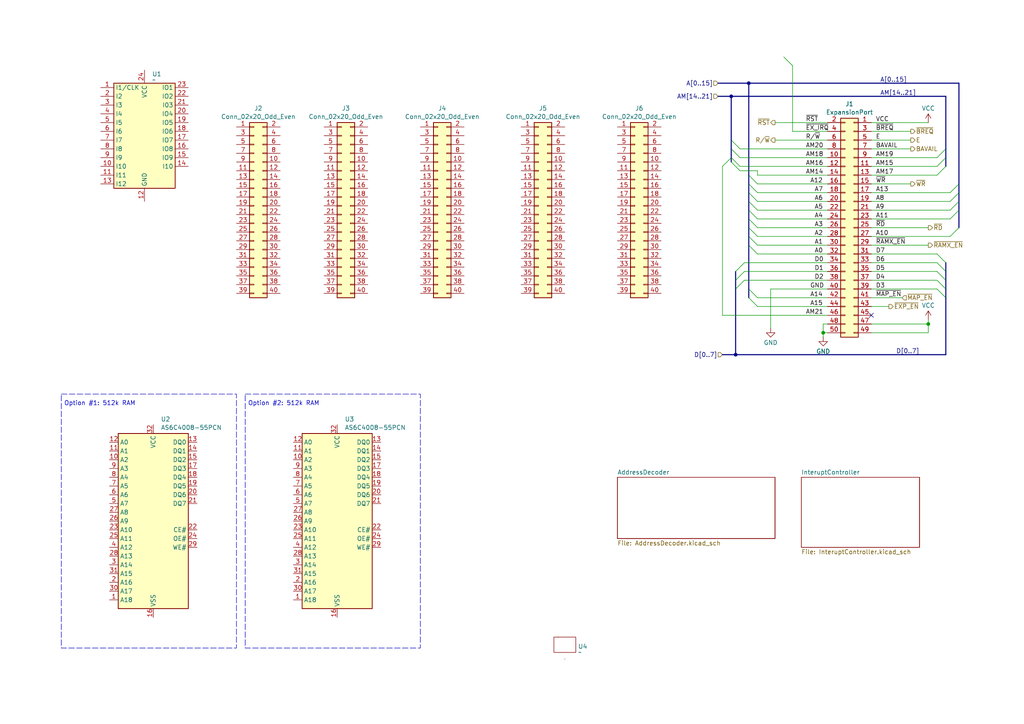
<source format=kicad_sch>
(kicad_sch
	(version 20231120)
	(generator "eeschema")
	(generator_version "8.0")
	(uuid "98a7cdfa-c2e8-45de-8f5c-1b5e06ba58c5")
	(paper "A4")
	(lib_symbols
		(symbol "Connector_Generic:Conn_02x20_Odd_Even"
			(pin_names
				(offset 1.016) hide)
			(exclude_from_sim no)
			(in_bom yes)
			(on_board yes)
			(property "Reference" "J"
				(at 1.27 25.4 0)
				(effects
					(font
						(size 1.27 1.27)
					)
				)
			)
			(property "Value" "Conn_02x20_Odd_Even"
				(at 1.27 -27.94 0)
				(effects
					(font
						(size 1.27 1.27)
					)
				)
			)
			(property "Footprint" ""
				(at 0 0 0)
				(effects
					(font
						(size 1.27 1.27)
					)
					(hide yes)
				)
			)
			(property "Datasheet" "~"
				(at 0 0 0)
				(effects
					(font
						(size 1.27 1.27)
					)
					(hide yes)
				)
			)
			(property "Description" "Generic connector, double row, 02x20, odd/even pin numbering scheme (row 1 odd numbers, row 2 even numbers), script generated (kicad-library-utils/schlib/autogen/connector/)"
				(at 0 0 0)
				(effects
					(font
						(size 1.27 1.27)
					)
					(hide yes)
				)
			)
			(property "ki_keywords" "connector"
				(at 0 0 0)
				(effects
					(font
						(size 1.27 1.27)
					)
					(hide yes)
				)
			)
			(property "ki_fp_filters" "Connector*:*_2x??_*"
				(at 0 0 0)
				(effects
					(font
						(size 1.27 1.27)
					)
					(hide yes)
				)
			)
			(symbol "Conn_02x20_Odd_Even_1_1"
				(rectangle
					(start -1.27 -25.273)
					(end 0 -25.527)
					(stroke
						(width 0.1524)
						(type default)
					)
					(fill
						(type none)
					)
				)
				(rectangle
					(start -1.27 -22.733)
					(end 0 -22.987)
					(stroke
						(width 0.1524)
						(type default)
					)
					(fill
						(type none)
					)
				)
				(rectangle
					(start -1.27 -20.193)
					(end 0 -20.447)
					(stroke
						(width 0.1524)
						(type default)
					)
					(fill
						(type none)
					)
				)
				(rectangle
					(start -1.27 -17.653)
					(end 0 -17.907)
					(stroke
						(width 0.1524)
						(type default)
					)
					(fill
						(type none)
					)
				)
				(rectangle
					(start -1.27 -15.113)
					(end 0 -15.367)
					(stroke
						(width 0.1524)
						(type default)
					)
					(fill
						(type none)
					)
				)
				(rectangle
					(start -1.27 -12.573)
					(end 0 -12.827)
					(stroke
						(width 0.1524)
						(type default)
					)
					(fill
						(type none)
					)
				)
				(rectangle
					(start -1.27 -10.033)
					(end 0 -10.287)
					(stroke
						(width 0.1524)
						(type default)
					)
					(fill
						(type none)
					)
				)
				(rectangle
					(start -1.27 -7.493)
					(end 0 -7.747)
					(stroke
						(width 0.1524)
						(type default)
					)
					(fill
						(type none)
					)
				)
				(rectangle
					(start -1.27 -4.953)
					(end 0 -5.207)
					(stroke
						(width 0.1524)
						(type default)
					)
					(fill
						(type none)
					)
				)
				(rectangle
					(start -1.27 -2.413)
					(end 0 -2.667)
					(stroke
						(width 0.1524)
						(type default)
					)
					(fill
						(type none)
					)
				)
				(rectangle
					(start -1.27 0.127)
					(end 0 -0.127)
					(stroke
						(width 0.1524)
						(type default)
					)
					(fill
						(type none)
					)
				)
				(rectangle
					(start -1.27 2.667)
					(end 0 2.413)
					(stroke
						(width 0.1524)
						(type default)
					)
					(fill
						(type none)
					)
				)
				(rectangle
					(start -1.27 5.207)
					(end 0 4.953)
					(stroke
						(width 0.1524)
						(type default)
					)
					(fill
						(type none)
					)
				)
				(rectangle
					(start -1.27 7.747)
					(end 0 7.493)
					(stroke
						(width 0.1524)
						(type default)
					)
					(fill
						(type none)
					)
				)
				(rectangle
					(start -1.27 10.287)
					(end 0 10.033)
					(stroke
						(width 0.1524)
						(type default)
					)
					(fill
						(type none)
					)
				)
				(rectangle
					(start -1.27 12.827)
					(end 0 12.573)
					(stroke
						(width 0.1524)
						(type default)
					)
					(fill
						(type none)
					)
				)
				(rectangle
					(start -1.27 15.367)
					(end 0 15.113)
					(stroke
						(width 0.1524)
						(type default)
					)
					(fill
						(type none)
					)
				)
				(rectangle
					(start -1.27 17.907)
					(end 0 17.653)
					(stroke
						(width 0.1524)
						(type default)
					)
					(fill
						(type none)
					)
				)
				(rectangle
					(start -1.27 20.447)
					(end 0 20.193)
					(stroke
						(width 0.1524)
						(type default)
					)
					(fill
						(type none)
					)
				)
				(rectangle
					(start -1.27 22.987)
					(end 0 22.733)
					(stroke
						(width 0.1524)
						(type default)
					)
					(fill
						(type none)
					)
				)
				(rectangle
					(start -1.27 24.13)
					(end 3.81 -26.67)
					(stroke
						(width 0.254)
						(type default)
					)
					(fill
						(type background)
					)
				)
				(rectangle
					(start 3.81 -25.273)
					(end 2.54 -25.527)
					(stroke
						(width 0.1524)
						(type default)
					)
					(fill
						(type none)
					)
				)
				(rectangle
					(start 3.81 -22.733)
					(end 2.54 -22.987)
					(stroke
						(width 0.1524)
						(type default)
					)
					(fill
						(type none)
					)
				)
				(rectangle
					(start 3.81 -20.193)
					(end 2.54 -20.447)
					(stroke
						(width 0.1524)
						(type default)
					)
					(fill
						(type none)
					)
				)
				(rectangle
					(start 3.81 -17.653)
					(end 2.54 -17.907)
					(stroke
						(width 0.1524)
						(type default)
					)
					(fill
						(type none)
					)
				)
				(rectangle
					(start 3.81 -15.113)
					(end 2.54 -15.367)
					(stroke
						(width 0.1524)
						(type default)
					)
					(fill
						(type none)
					)
				)
				(rectangle
					(start 3.81 -12.573)
					(end 2.54 -12.827)
					(stroke
						(width 0.1524)
						(type default)
					)
					(fill
						(type none)
					)
				)
				(rectangle
					(start 3.81 -10.033)
					(end 2.54 -10.287)
					(stroke
						(width 0.1524)
						(type default)
					)
					(fill
						(type none)
					)
				)
				(rectangle
					(start 3.81 -7.493)
					(end 2.54 -7.747)
					(stroke
						(width 0.1524)
						(type default)
					)
					(fill
						(type none)
					)
				)
				(rectangle
					(start 3.81 -4.953)
					(end 2.54 -5.207)
					(stroke
						(width 0.1524)
						(type default)
					)
					(fill
						(type none)
					)
				)
				(rectangle
					(start 3.81 -2.413)
					(end 2.54 -2.667)
					(stroke
						(width 0.1524)
						(type default)
					)
					(fill
						(type none)
					)
				)
				(rectangle
					(start 3.81 0.127)
					(end 2.54 -0.127)
					(stroke
						(width 0.1524)
						(type default)
					)
					(fill
						(type none)
					)
				)
				(rectangle
					(start 3.81 2.667)
					(end 2.54 2.413)
					(stroke
						(width 0.1524)
						(type default)
					)
					(fill
						(type none)
					)
				)
				(rectangle
					(start 3.81 5.207)
					(end 2.54 4.953)
					(stroke
						(width 0.1524)
						(type default)
					)
					(fill
						(type none)
					)
				)
				(rectangle
					(start 3.81 7.747)
					(end 2.54 7.493)
					(stroke
						(width 0.1524)
						(type default)
					)
					(fill
						(type none)
					)
				)
				(rectangle
					(start 3.81 10.287)
					(end 2.54 10.033)
					(stroke
						(width 0.1524)
						(type default)
					)
					(fill
						(type none)
					)
				)
				(rectangle
					(start 3.81 12.827)
					(end 2.54 12.573)
					(stroke
						(width 0.1524)
						(type default)
					)
					(fill
						(type none)
					)
				)
				(rectangle
					(start 3.81 15.367)
					(end 2.54 15.113)
					(stroke
						(width 0.1524)
						(type default)
					)
					(fill
						(type none)
					)
				)
				(rectangle
					(start 3.81 17.907)
					(end 2.54 17.653)
					(stroke
						(width 0.1524)
						(type default)
					)
					(fill
						(type none)
					)
				)
				(rectangle
					(start 3.81 20.447)
					(end 2.54 20.193)
					(stroke
						(width 0.1524)
						(type default)
					)
					(fill
						(type none)
					)
				)
				(rectangle
					(start 3.81 22.987)
					(end 2.54 22.733)
					(stroke
						(width 0.1524)
						(type default)
					)
					(fill
						(type none)
					)
				)
				(pin passive line
					(at -5.08 22.86 0)
					(length 3.81)
					(name "Pin_1"
						(effects
							(font
								(size 1.27 1.27)
							)
						)
					)
					(number "1"
						(effects
							(font
								(size 1.27 1.27)
							)
						)
					)
				)
				(pin passive line
					(at 7.62 12.7 180)
					(length 3.81)
					(name "Pin_10"
						(effects
							(font
								(size 1.27 1.27)
							)
						)
					)
					(number "10"
						(effects
							(font
								(size 1.27 1.27)
							)
						)
					)
				)
				(pin passive line
					(at -5.08 10.16 0)
					(length 3.81)
					(name "Pin_11"
						(effects
							(font
								(size 1.27 1.27)
							)
						)
					)
					(number "11"
						(effects
							(font
								(size 1.27 1.27)
							)
						)
					)
				)
				(pin passive line
					(at 7.62 10.16 180)
					(length 3.81)
					(name "Pin_12"
						(effects
							(font
								(size 1.27 1.27)
							)
						)
					)
					(number "12"
						(effects
							(font
								(size 1.27 1.27)
							)
						)
					)
				)
				(pin passive line
					(at -5.08 7.62 0)
					(length 3.81)
					(name "Pin_13"
						(effects
							(font
								(size 1.27 1.27)
							)
						)
					)
					(number "13"
						(effects
							(font
								(size 1.27 1.27)
							)
						)
					)
				)
				(pin passive line
					(at 7.62 7.62 180)
					(length 3.81)
					(name "Pin_14"
						(effects
							(font
								(size 1.27 1.27)
							)
						)
					)
					(number "14"
						(effects
							(font
								(size 1.27 1.27)
							)
						)
					)
				)
				(pin passive line
					(at -5.08 5.08 0)
					(length 3.81)
					(name "Pin_15"
						(effects
							(font
								(size 1.27 1.27)
							)
						)
					)
					(number "15"
						(effects
							(font
								(size 1.27 1.27)
							)
						)
					)
				)
				(pin passive line
					(at 7.62 5.08 180)
					(length 3.81)
					(name "Pin_16"
						(effects
							(font
								(size 1.27 1.27)
							)
						)
					)
					(number "16"
						(effects
							(font
								(size 1.27 1.27)
							)
						)
					)
				)
				(pin passive line
					(at -5.08 2.54 0)
					(length 3.81)
					(name "Pin_17"
						(effects
							(font
								(size 1.27 1.27)
							)
						)
					)
					(number "17"
						(effects
							(font
								(size 1.27 1.27)
							)
						)
					)
				)
				(pin passive line
					(at 7.62 2.54 180)
					(length 3.81)
					(name "Pin_18"
						(effects
							(font
								(size 1.27 1.27)
							)
						)
					)
					(number "18"
						(effects
							(font
								(size 1.27 1.27)
							)
						)
					)
				)
				(pin passive line
					(at -5.08 0 0)
					(length 3.81)
					(name "Pin_19"
						(effects
							(font
								(size 1.27 1.27)
							)
						)
					)
					(number "19"
						(effects
							(font
								(size 1.27 1.27)
							)
						)
					)
				)
				(pin passive line
					(at 7.62 22.86 180)
					(length 3.81)
					(name "Pin_2"
						(effects
							(font
								(size 1.27 1.27)
							)
						)
					)
					(number "2"
						(effects
							(font
								(size 1.27 1.27)
							)
						)
					)
				)
				(pin passive line
					(at 7.62 0 180)
					(length 3.81)
					(name "Pin_20"
						(effects
							(font
								(size 1.27 1.27)
							)
						)
					)
					(number "20"
						(effects
							(font
								(size 1.27 1.27)
							)
						)
					)
				)
				(pin passive line
					(at -5.08 -2.54 0)
					(length 3.81)
					(name "Pin_21"
						(effects
							(font
								(size 1.27 1.27)
							)
						)
					)
					(number "21"
						(effects
							(font
								(size 1.27 1.27)
							)
						)
					)
				)
				(pin passive line
					(at 7.62 -2.54 180)
					(length 3.81)
					(name "Pin_22"
						(effects
							(font
								(size 1.27 1.27)
							)
						)
					)
					(number "22"
						(effects
							(font
								(size 1.27 1.27)
							)
						)
					)
				)
				(pin passive line
					(at -5.08 -5.08 0)
					(length 3.81)
					(name "Pin_23"
						(effects
							(font
								(size 1.27 1.27)
							)
						)
					)
					(number "23"
						(effects
							(font
								(size 1.27 1.27)
							)
						)
					)
				)
				(pin passive line
					(at 7.62 -5.08 180)
					(length 3.81)
					(name "Pin_24"
						(effects
							(font
								(size 1.27 1.27)
							)
						)
					)
					(number "24"
						(effects
							(font
								(size 1.27 1.27)
							)
						)
					)
				)
				(pin passive line
					(at -5.08 -7.62 0)
					(length 3.81)
					(name "Pin_25"
						(effects
							(font
								(size 1.27 1.27)
							)
						)
					)
					(number "25"
						(effects
							(font
								(size 1.27 1.27)
							)
						)
					)
				)
				(pin passive line
					(at 7.62 -7.62 180)
					(length 3.81)
					(name "Pin_26"
						(effects
							(font
								(size 1.27 1.27)
							)
						)
					)
					(number "26"
						(effects
							(font
								(size 1.27 1.27)
							)
						)
					)
				)
				(pin passive line
					(at -5.08 -10.16 0)
					(length 3.81)
					(name "Pin_27"
						(effects
							(font
								(size 1.27 1.27)
							)
						)
					)
					(number "27"
						(effects
							(font
								(size 1.27 1.27)
							)
						)
					)
				)
				(pin passive line
					(at 7.62 -10.16 180)
					(length 3.81)
					(name "Pin_28"
						(effects
							(font
								(size 1.27 1.27)
							)
						)
					)
					(number "28"
						(effects
							(font
								(size 1.27 1.27)
							)
						)
					)
				)
				(pin passive line
					(at -5.08 -12.7 0)
					(length 3.81)
					(name "Pin_29"
						(effects
							(font
								(size 1.27 1.27)
							)
						)
					)
					(number "29"
						(effects
							(font
								(size 1.27 1.27)
							)
						)
					)
				)
				(pin passive line
					(at -5.08 20.32 0)
					(length 3.81)
					(name "Pin_3"
						(effects
							(font
								(size 1.27 1.27)
							)
						)
					)
					(number "3"
						(effects
							(font
								(size 1.27 1.27)
							)
						)
					)
				)
				(pin passive line
					(at 7.62 -12.7 180)
					(length 3.81)
					(name "Pin_30"
						(effects
							(font
								(size 1.27 1.27)
							)
						)
					)
					(number "30"
						(effects
							(font
								(size 1.27 1.27)
							)
						)
					)
				)
				(pin passive line
					(at -5.08 -15.24 0)
					(length 3.81)
					(name "Pin_31"
						(effects
							(font
								(size 1.27 1.27)
							)
						)
					)
					(number "31"
						(effects
							(font
								(size 1.27 1.27)
							)
						)
					)
				)
				(pin passive line
					(at 7.62 -15.24 180)
					(length 3.81)
					(name "Pin_32"
						(effects
							(font
								(size 1.27 1.27)
							)
						)
					)
					(number "32"
						(effects
							(font
								(size 1.27 1.27)
							)
						)
					)
				)
				(pin passive line
					(at -5.08 -17.78 0)
					(length 3.81)
					(name "Pin_33"
						(effects
							(font
								(size 1.27 1.27)
							)
						)
					)
					(number "33"
						(effects
							(font
								(size 1.27 1.27)
							)
						)
					)
				)
				(pin passive line
					(at 7.62 -17.78 180)
					(length 3.81)
					(name "Pin_34"
						(effects
							(font
								(size 1.27 1.27)
							)
						)
					)
					(number "34"
						(effects
							(font
								(size 1.27 1.27)
							)
						)
					)
				)
				(pin passive line
					(at -5.08 -20.32 0)
					(length 3.81)
					(name "Pin_35"
						(effects
							(font
								(size 1.27 1.27)
							)
						)
					)
					(number "35"
						(effects
							(font
								(size 1.27 1.27)
							)
						)
					)
				)
				(pin passive line
					(at 7.62 -20.32 180)
					(length 3.81)
					(name "Pin_36"
						(effects
							(font
								(size 1.27 1.27)
							)
						)
					)
					(number "36"
						(effects
							(font
								(size 1.27 1.27)
							)
						)
					)
				)
				(pin passive line
					(at -5.08 -22.86 0)
					(length 3.81)
					(name "Pin_37"
						(effects
							(font
								(size 1.27 1.27)
							)
						)
					)
					(number "37"
						(effects
							(font
								(size 1.27 1.27)
							)
						)
					)
				)
				(pin passive line
					(at 7.62 -22.86 180)
					(length 3.81)
					(name "Pin_38"
						(effects
							(font
								(size 1.27 1.27)
							)
						)
					)
					(number "38"
						(effects
							(font
								(size 1.27 1.27)
							)
						)
					)
				)
				(pin passive line
					(at -5.08 -25.4 0)
					(length 3.81)
					(name "Pin_39"
						(effects
							(font
								(size 1.27 1.27)
							)
						)
					)
					(number "39"
						(effects
							(font
								(size 1.27 1.27)
							)
						)
					)
				)
				(pin passive line
					(at 7.62 20.32 180)
					(length 3.81)
					(name "Pin_4"
						(effects
							(font
								(size 1.27 1.27)
							)
						)
					)
					(number "4"
						(effects
							(font
								(size 1.27 1.27)
							)
						)
					)
				)
				(pin passive line
					(at 7.62 -25.4 180)
					(length 3.81)
					(name "Pin_40"
						(effects
							(font
								(size 1.27 1.27)
							)
						)
					)
					(number "40"
						(effects
							(font
								(size 1.27 1.27)
							)
						)
					)
				)
				(pin passive line
					(at -5.08 17.78 0)
					(length 3.81)
					(name "Pin_5"
						(effects
							(font
								(size 1.27 1.27)
							)
						)
					)
					(number "5"
						(effects
							(font
								(size 1.27 1.27)
							)
						)
					)
				)
				(pin passive line
					(at 7.62 17.78 180)
					(length 3.81)
					(name "Pin_6"
						(effects
							(font
								(size 1.27 1.27)
							)
						)
					)
					(number "6"
						(effects
							(font
								(size 1.27 1.27)
							)
						)
					)
				)
				(pin passive line
					(at -5.08 15.24 0)
					(length 3.81)
					(name "Pin_7"
						(effects
							(font
								(size 1.27 1.27)
							)
						)
					)
					(number "7"
						(effects
							(font
								(size 1.27 1.27)
							)
						)
					)
				)
				(pin passive line
					(at 7.62 15.24 180)
					(length 3.81)
					(name "Pin_8"
						(effects
							(font
								(size 1.27 1.27)
							)
						)
					)
					(number "8"
						(effects
							(font
								(size 1.27 1.27)
							)
						)
					)
				)
				(pin passive line
					(at -5.08 12.7 0)
					(length 3.81)
					(name "Pin_9"
						(effects
							(font
								(size 1.27 1.27)
							)
						)
					)
					(number "9"
						(effects
							(font
								(size 1.27 1.27)
							)
						)
					)
				)
			)
		)
		(symbol "Connector_Generic:Conn_02x25_Odd_Even"
			(pin_names
				(offset 1.016) hide)
			(exclude_from_sim no)
			(in_bom yes)
			(on_board yes)
			(property "Reference" "J"
				(at 1.27 33.02 0)
				(effects
					(font
						(size 1.27 1.27)
					)
				)
			)
			(property "Value" "Conn_02x25_Odd_Even"
				(at 1.27 -33.02 0)
				(effects
					(font
						(size 1.27 1.27)
					)
				)
			)
			(property "Footprint" ""
				(at 0 0 0)
				(effects
					(font
						(size 1.27 1.27)
					)
					(hide yes)
				)
			)
			(property "Datasheet" "~"
				(at 0 0 0)
				(effects
					(font
						(size 1.27 1.27)
					)
					(hide yes)
				)
			)
			(property "Description" "Generic connector, double row, 02x25, odd/even pin numbering scheme (row 1 odd numbers, row 2 even numbers), script generated (kicad-library-utils/schlib/autogen/connector/)"
				(at 0 0 0)
				(effects
					(font
						(size 1.27 1.27)
					)
					(hide yes)
				)
			)
			(property "ki_keywords" "connector"
				(at 0 0 0)
				(effects
					(font
						(size 1.27 1.27)
					)
					(hide yes)
				)
			)
			(property "ki_fp_filters" "Connector*:*_2x??_*"
				(at 0 0 0)
				(effects
					(font
						(size 1.27 1.27)
					)
					(hide yes)
				)
			)
			(symbol "Conn_02x25_Odd_Even_1_1"
				(rectangle
					(start -1.27 -30.353)
					(end 0 -30.607)
					(stroke
						(width 0.1524)
						(type default)
					)
					(fill
						(type none)
					)
				)
				(rectangle
					(start -1.27 -27.813)
					(end 0 -28.067)
					(stroke
						(width 0.1524)
						(type default)
					)
					(fill
						(type none)
					)
				)
				(rectangle
					(start -1.27 -25.273)
					(end 0 -25.527)
					(stroke
						(width 0.1524)
						(type default)
					)
					(fill
						(type none)
					)
				)
				(rectangle
					(start -1.27 -22.733)
					(end 0 -22.987)
					(stroke
						(width 0.1524)
						(type default)
					)
					(fill
						(type none)
					)
				)
				(rectangle
					(start -1.27 -20.193)
					(end 0 -20.447)
					(stroke
						(width 0.1524)
						(type default)
					)
					(fill
						(type none)
					)
				)
				(rectangle
					(start -1.27 -17.653)
					(end 0 -17.907)
					(stroke
						(width 0.1524)
						(type default)
					)
					(fill
						(type none)
					)
				)
				(rectangle
					(start -1.27 -15.113)
					(end 0 -15.367)
					(stroke
						(width 0.1524)
						(type default)
					)
					(fill
						(type none)
					)
				)
				(rectangle
					(start -1.27 -12.573)
					(end 0 -12.827)
					(stroke
						(width 0.1524)
						(type default)
					)
					(fill
						(type none)
					)
				)
				(rectangle
					(start -1.27 -10.033)
					(end 0 -10.287)
					(stroke
						(width 0.1524)
						(type default)
					)
					(fill
						(type none)
					)
				)
				(rectangle
					(start -1.27 -7.493)
					(end 0 -7.747)
					(stroke
						(width 0.1524)
						(type default)
					)
					(fill
						(type none)
					)
				)
				(rectangle
					(start -1.27 -4.953)
					(end 0 -5.207)
					(stroke
						(width 0.1524)
						(type default)
					)
					(fill
						(type none)
					)
				)
				(rectangle
					(start -1.27 -2.413)
					(end 0 -2.667)
					(stroke
						(width 0.1524)
						(type default)
					)
					(fill
						(type none)
					)
				)
				(rectangle
					(start -1.27 0.127)
					(end 0 -0.127)
					(stroke
						(width 0.1524)
						(type default)
					)
					(fill
						(type none)
					)
				)
				(rectangle
					(start -1.27 2.667)
					(end 0 2.413)
					(stroke
						(width 0.1524)
						(type default)
					)
					(fill
						(type none)
					)
				)
				(rectangle
					(start -1.27 5.207)
					(end 0 4.953)
					(stroke
						(width 0.1524)
						(type default)
					)
					(fill
						(type none)
					)
				)
				(rectangle
					(start -1.27 7.747)
					(end 0 7.493)
					(stroke
						(width 0.1524)
						(type default)
					)
					(fill
						(type none)
					)
				)
				(rectangle
					(start -1.27 10.287)
					(end 0 10.033)
					(stroke
						(width 0.1524)
						(type default)
					)
					(fill
						(type none)
					)
				)
				(rectangle
					(start -1.27 12.827)
					(end 0 12.573)
					(stroke
						(width 0.1524)
						(type default)
					)
					(fill
						(type none)
					)
				)
				(rectangle
					(start -1.27 15.367)
					(end 0 15.113)
					(stroke
						(width 0.1524)
						(type default)
					)
					(fill
						(type none)
					)
				)
				(rectangle
					(start -1.27 17.907)
					(end 0 17.653)
					(stroke
						(width 0.1524)
						(type default)
					)
					(fill
						(type none)
					)
				)
				(rectangle
					(start -1.27 20.447)
					(end 0 20.193)
					(stroke
						(width 0.1524)
						(type default)
					)
					(fill
						(type none)
					)
				)
				(rectangle
					(start -1.27 22.987)
					(end 0 22.733)
					(stroke
						(width 0.1524)
						(type default)
					)
					(fill
						(type none)
					)
				)
				(rectangle
					(start -1.27 25.527)
					(end 0 25.273)
					(stroke
						(width 0.1524)
						(type default)
					)
					(fill
						(type none)
					)
				)
				(rectangle
					(start -1.27 28.067)
					(end 0 27.813)
					(stroke
						(width 0.1524)
						(type default)
					)
					(fill
						(type none)
					)
				)
				(rectangle
					(start -1.27 30.607)
					(end 0 30.353)
					(stroke
						(width 0.1524)
						(type default)
					)
					(fill
						(type none)
					)
				)
				(rectangle
					(start -1.27 31.75)
					(end 3.81 -31.75)
					(stroke
						(width 0.254)
						(type default)
					)
					(fill
						(type background)
					)
				)
				(rectangle
					(start 3.81 -30.353)
					(end 2.54 -30.607)
					(stroke
						(width 0.1524)
						(type default)
					)
					(fill
						(type none)
					)
				)
				(rectangle
					(start 3.81 -27.813)
					(end 2.54 -28.067)
					(stroke
						(width 0.1524)
						(type default)
					)
					(fill
						(type none)
					)
				)
				(rectangle
					(start 3.81 -25.273)
					(end 2.54 -25.527)
					(stroke
						(width 0.1524)
						(type default)
					)
					(fill
						(type none)
					)
				)
				(rectangle
					(start 3.81 -22.733)
					(end 2.54 -22.987)
					(stroke
						(width 0.1524)
						(type default)
					)
					(fill
						(type none)
					)
				)
				(rectangle
					(start 3.81 -20.193)
					(end 2.54 -20.447)
					(stroke
						(width 0.1524)
						(type default)
					)
					(fill
						(type none)
					)
				)
				(rectangle
					(start 3.81 -17.653)
					(end 2.54 -17.907)
					(stroke
						(width 0.1524)
						(type default)
					)
					(fill
						(type none)
					)
				)
				(rectangle
					(start 3.81 -15.113)
					(end 2.54 -15.367)
					(stroke
						(width 0.1524)
						(type default)
					)
					(fill
						(type none)
					)
				)
				(rectangle
					(start 3.81 -12.573)
					(end 2.54 -12.827)
					(stroke
						(width 0.1524)
						(type default)
					)
					(fill
						(type none)
					)
				)
				(rectangle
					(start 3.81 -10.033)
					(end 2.54 -10.287)
					(stroke
						(width 0.1524)
						(type default)
					)
					(fill
						(type none)
					)
				)
				(rectangle
					(start 3.81 -7.493)
					(end 2.54 -7.747)
					(stroke
						(width 0.1524)
						(type default)
					)
					(fill
						(type none)
					)
				)
				(rectangle
					(start 3.81 -4.953)
					(end 2.54 -5.207)
					(stroke
						(width 0.1524)
						(type default)
					)
					(fill
						(type none)
					)
				)
				(rectangle
					(start 3.81 -2.413)
					(end 2.54 -2.667)
					(stroke
						(width 0.1524)
						(type default)
					)
					(fill
						(type none)
					)
				)
				(rectangle
					(start 3.81 0.127)
					(end 2.54 -0.127)
					(stroke
						(width 0.1524)
						(type default)
					)
					(fill
						(type none)
					)
				)
				(rectangle
					(start 3.81 2.667)
					(end 2.54 2.413)
					(stroke
						(width 0.1524)
						(type default)
					)
					(fill
						(type none)
					)
				)
				(rectangle
					(start 3.81 5.207)
					(end 2.54 4.953)
					(stroke
						(width 0.1524)
						(type default)
					)
					(fill
						(type none)
					)
				)
				(rectangle
					(start 3.81 7.747)
					(end 2.54 7.493)
					(stroke
						(width 0.1524)
						(type default)
					)
					(fill
						(type none)
					)
				)
				(rectangle
					(start 3.81 10.287)
					(end 2.54 10.033)
					(stroke
						(width 0.1524)
						(type default)
					)
					(fill
						(type none)
					)
				)
				(rectangle
					(start 3.81 12.827)
					(end 2.54 12.573)
					(stroke
						(width 0.1524)
						(type default)
					)
					(fill
						(type none)
					)
				)
				(rectangle
					(start 3.81 15.367)
					(end 2.54 15.113)
					(stroke
						(width 0.1524)
						(type default)
					)
					(fill
						(type none)
					)
				)
				(rectangle
					(start 3.81 17.907)
					(end 2.54 17.653)
					(stroke
						(width 0.1524)
						(type default)
					)
					(fill
						(type none)
					)
				)
				(rectangle
					(start 3.81 20.447)
					(end 2.54 20.193)
					(stroke
						(width 0.1524)
						(type default)
					)
					(fill
						(type none)
					)
				)
				(rectangle
					(start 3.81 22.987)
					(end 2.54 22.733)
					(stroke
						(width 0.1524)
						(type default)
					)
					(fill
						(type none)
					)
				)
				(rectangle
					(start 3.81 25.527)
					(end 2.54 25.273)
					(stroke
						(width 0.1524)
						(type default)
					)
					(fill
						(type none)
					)
				)
				(rectangle
					(start 3.81 28.067)
					(end 2.54 27.813)
					(stroke
						(width 0.1524)
						(type default)
					)
					(fill
						(type none)
					)
				)
				(rectangle
					(start 3.81 30.607)
					(end 2.54 30.353)
					(stroke
						(width 0.1524)
						(type default)
					)
					(fill
						(type none)
					)
				)
				(pin passive line
					(at -5.08 30.48 0)
					(length 3.81)
					(name "Pin_1"
						(effects
							(font
								(size 1.27 1.27)
							)
						)
					)
					(number "1"
						(effects
							(font
								(size 1.27 1.27)
							)
						)
					)
				)
				(pin passive line
					(at 7.62 20.32 180)
					(length 3.81)
					(name "Pin_10"
						(effects
							(font
								(size 1.27 1.27)
							)
						)
					)
					(number "10"
						(effects
							(font
								(size 1.27 1.27)
							)
						)
					)
				)
				(pin passive line
					(at -5.08 17.78 0)
					(length 3.81)
					(name "Pin_11"
						(effects
							(font
								(size 1.27 1.27)
							)
						)
					)
					(number "11"
						(effects
							(font
								(size 1.27 1.27)
							)
						)
					)
				)
				(pin passive line
					(at 7.62 17.78 180)
					(length 3.81)
					(name "Pin_12"
						(effects
							(font
								(size 1.27 1.27)
							)
						)
					)
					(number "12"
						(effects
							(font
								(size 1.27 1.27)
							)
						)
					)
				)
				(pin passive line
					(at -5.08 15.24 0)
					(length 3.81)
					(name "Pin_13"
						(effects
							(font
								(size 1.27 1.27)
							)
						)
					)
					(number "13"
						(effects
							(font
								(size 1.27 1.27)
							)
						)
					)
				)
				(pin passive line
					(at 7.62 15.24 180)
					(length 3.81)
					(name "Pin_14"
						(effects
							(font
								(size 1.27 1.27)
							)
						)
					)
					(number "14"
						(effects
							(font
								(size 1.27 1.27)
							)
						)
					)
				)
				(pin passive line
					(at -5.08 12.7 0)
					(length 3.81)
					(name "Pin_15"
						(effects
							(font
								(size 1.27 1.27)
							)
						)
					)
					(number "15"
						(effects
							(font
								(size 1.27 1.27)
							)
						)
					)
				)
				(pin passive line
					(at 7.62 12.7 180)
					(length 3.81)
					(name "Pin_16"
						(effects
							(font
								(size 1.27 1.27)
							)
						)
					)
					(number "16"
						(effects
							(font
								(size 1.27 1.27)
							)
						)
					)
				)
				(pin passive line
					(at -5.08 10.16 0)
					(length 3.81)
					(name "Pin_17"
						(effects
							(font
								(size 1.27 1.27)
							)
						)
					)
					(number "17"
						(effects
							(font
								(size 1.27 1.27)
							)
						)
					)
				)
				(pin passive line
					(at 7.62 10.16 180)
					(length 3.81)
					(name "Pin_18"
						(effects
							(font
								(size 1.27 1.27)
							)
						)
					)
					(number "18"
						(effects
							(font
								(size 1.27 1.27)
							)
						)
					)
				)
				(pin passive line
					(at -5.08 7.62 0)
					(length 3.81)
					(name "Pin_19"
						(effects
							(font
								(size 1.27 1.27)
							)
						)
					)
					(number "19"
						(effects
							(font
								(size 1.27 1.27)
							)
						)
					)
				)
				(pin passive line
					(at 7.62 30.48 180)
					(length 3.81)
					(name "Pin_2"
						(effects
							(font
								(size 1.27 1.27)
							)
						)
					)
					(number "2"
						(effects
							(font
								(size 1.27 1.27)
							)
						)
					)
				)
				(pin passive line
					(at 7.62 7.62 180)
					(length 3.81)
					(name "Pin_20"
						(effects
							(font
								(size 1.27 1.27)
							)
						)
					)
					(number "20"
						(effects
							(font
								(size 1.27 1.27)
							)
						)
					)
				)
				(pin passive line
					(at -5.08 5.08 0)
					(length 3.81)
					(name "Pin_21"
						(effects
							(font
								(size 1.27 1.27)
							)
						)
					)
					(number "21"
						(effects
							(font
								(size 1.27 1.27)
							)
						)
					)
				)
				(pin passive line
					(at 7.62 5.08 180)
					(length 3.81)
					(name "Pin_22"
						(effects
							(font
								(size 1.27 1.27)
							)
						)
					)
					(number "22"
						(effects
							(font
								(size 1.27 1.27)
							)
						)
					)
				)
				(pin passive line
					(at -5.08 2.54 0)
					(length 3.81)
					(name "Pin_23"
						(effects
							(font
								(size 1.27 1.27)
							)
						)
					)
					(number "23"
						(effects
							(font
								(size 1.27 1.27)
							)
						)
					)
				)
				(pin passive line
					(at 7.62 2.54 180)
					(length 3.81)
					(name "Pin_24"
						(effects
							(font
								(size 1.27 1.27)
							)
						)
					)
					(number "24"
						(effects
							(font
								(size 1.27 1.27)
							)
						)
					)
				)
				(pin passive line
					(at -5.08 0 0)
					(length 3.81)
					(name "Pin_25"
						(effects
							(font
								(size 1.27 1.27)
							)
						)
					)
					(number "25"
						(effects
							(font
								(size 1.27 1.27)
							)
						)
					)
				)
				(pin passive line
					(at 7.62 0 180)
					(length 3.81)
					(name "Pin_26"
						(effects
							(font
								(size 1.27 1.27)
							)
						)
					)
					(number "26"
						(effects
							(font
								(size 1.27 1.27)
							)
						)
					)
				)
				(pin passive line
					(at -5.08 -2.54 0)
					(length 3.81)
					(name "Pin_27"
						(effects
							(font
								(size 1.27 1.27)
							)
						)
					)
					(number "27"
						(effects
							(font
								(size 1.27 1.27)
							)
						)
					)
				)
				(pin passive line
					(at 7.62 -2.54 180)
					(length 3.81)
					(name "Pin_28"
						(effects
							(font
								(size 1.27 1.27)
							)
						)
					)
					(number "28"
						(effects
							(font
								(size 1.27 1.27)
							)
						)
					)
				)
				(pin passive line
					(at -5.08 -5.08 0)
					(length 3.81)
					(name "Pin_29"
						(effects
							(font
								(size 1.27 1.27)
							)
						)
					)
					(number "29"
						(effects
							(font
								(size 1.27 1.27)
							)
						)
					)
				)
				(pin passive line
					(at -5.08 27.94 0)
					(length 3.81)
					(name "Pin_3"
						(effects
							(font
								(size 1.27 1.27)
							)
						)
					)
					(number "3"
						(effects
							(font
								(size 1.27 1.27)
							)
						)
					)
				)
				(pin passive line
					(at 7.62 -5.08 180)
					(length 3.81)
					(name "Pin_30"
						(effects
							(font
								(size 1.27 1.27)
							)
						)
					)
					(number "30"
						(effects
							(font
								(size 1.27 1.27)
							)
						)
					)
				)
				(pin passive line
					(at -5.08 -7.62 0)
					(length 3.81)
					(name "Pin_31"
						(effects
							(font
								(size 1.27 1.27)
							)
						)
					)
					(number "31"
						(effects
							(font
								(size 1.27 1.27)
							)
						)
					)
				)
				(pin passive line
					(at 7.62 -7.62 180)
					(length 3.81)
					(name "Pin_32"
						(effects
							(font
								(size 1.27 1.27)
							)
						)
					)
					(number "32"
						(effects
							(font
								(size 1.27 1.27)
							)
						)
					)
				)
				(pin passive line
					(at -5.08 -10.16 0)
					(length 3.81)
					(name "Pin_33"
						(effects
							(font
								(size 1.27 1.27)
							)
						)
					)
					(number "33"
						(effects
							(font
								(size 1.27 1.27)
							)
						)
					)
				)
				(pin passive line
					(at 7.62 -10.16 180)
					(length 3.81)
					(name "Pin_34"
						(effects
							(font
								(size 1.27 1.27)
							)
						)
					)
					(number "34"
						(effects
							(font
								(size 1.27 1.27)
							)
						)
					)
				)
				(pin passive line
					(at -5.08 -12.7 0)
					(length 3.81)
					(name "Pin_35"
						(effects
							(font
								(size 1.27 1.27)
							)
						)
					)
					(number "35"
						(effects
							(font
								(size 1.27 1.27)
							)
						)
					)
				)
				(pin passive line
					(at 7.62 -12.7 180)
					(length 3.81)
					(name "Pin_36"
						(effects
							(font
								(size 1.27 1.27)
							)
						)
					)
					(number "36"
						(effects
							(font
								(size 1.27 1.27)
							)
						)
					)
				)
				(pin passive line
					(at -5.08 -15.24 0)
					(length 3.81)
					(name "Pin_37"
						(effects
							(font
								(size 1.27 1.27)
							)
						)
					)
					(number "37"
						(effects
							(font
								(size 1.27 1.27)
							)
						)
					)
				)
				(pin passive line
					(at 7.62 -15.24 180)
					(length 3.81)
					(name "Pin_38"
						(effects
							(font
								(size 1.27 1.27)
							)
						)
					)
					(number "38"
						(effects
							(font
								(size 1.27 1.27)
							)
						)
					)
				)
				(pin passive line
					(at -5.08 -17.78 0)
					(length 3.81)
					(name "Pin_39"
						(effects
							(font
								(size 1.27 1.27)
							)
						)
					)
					(number "39"
						(effects
							(font
								(size 1.27 1.27)
							)
						)
					)
				)
				(pin passive line
					(at 7.62 27.94 180)
					(length 3.81)
					(name "Pin_4"
						(effects
							(font
								(size 1.27 1.27)
							)
						)
					)
					(number "4"
						(effects
							(font
								(size 1.27 1.27)
							)
						)
					)
				)
				(pin passive line
					(at 7.62 -17.78 180)
					(length 3.81)
					(name "Pin_40"
						(effects
							(font
								(size 1.27 1.27)
							)
						)
					)
					(number "40"
						(effects
							(font
								(size 1.27 1.27)
							)
						)
					)
				)
				(pin passive line
					(at -5.08 -20.32 0)
					(length 3.81)
					(name "Pin_41"
						(effects
							(font
								(size 1.27 1.27)
							)
						)
					)
					(number "41"
						(effects
							(font
								(size 1.27 1.27)
							)
						)
					)
				)
				(pin passive line
					(at 7.62 -20.32 180)
					(length 3.81)
					(name "Pin_42"
						(effects
							(font
								(size 1.27 1.27)
							)
						)
					)
					(number "42"
						(effects
							(font
								(size 1.27 1.27)
							)
						)
					)
				)
				(pin passive line
					(at -5.08 -22.86 0)
					(length 3.81)
					(name "Pin_43"
						(effects
							(font
								(size 1.27 1.27)
							)
						)
					)
					(number "43"
						(effects
							(font
								(size 1.27 1.27)
							)
						)
					)
				)
				(pin passive line
					(at 7.62 -22.86 180)
					(length 3.81)
					(name "Pin_44"
						(effects
							(font
								(size 1.27 1.27)
							)
						)
					)
					(number "44"
						(effects
							(font
								(size 1.27 1.27)
							)
						)
					)
				)
				(pin passive line
					(at -5.08 -25.4 0)
					(length 3.81)
					(name "Pin_45"
						(effects
							(font
								(size 1.27 1.27)
							)
						)
					)
					(number "45"
						(effects
							(font
								(size 1.27 1.27)
							)
						)
					)
				)
				(pin passive line
					(at 7.62 -25.4 180)
					(length 3.81)
					(name "Pin_46"
						(effects
							(font
								(size 1.27 1.27)
							)
						)
					)
					(number "46"
						(effects
							(font
								(size 1.27 1.27)
							)
						)
					)
				)
				(pin passive line
					(at -5.08 -27.94 0)
					(length 3.81)
					(name "Pin_47"
						(effects
							(font
								(size 1.27 1.27)
							)
						)
					)
					(number "47"
						(effects
							(font
								(size 1.27 1.27)
							)
						)
					)
				)
				(pin passive line
					(at 7.62 -27.94 180)
					(length 3.81)
					(name "Pin_48"
						(effects
							(font
								(size 1.27 1.27)
							)
						)
					)
					(number "48"
						(effects
							(font
								(size 1.27 1.27)
							)
						)
					)
				)
				(pin passive line
					(at -5.08 -30.48 0)
					(length 3.81)
					(name "Pin_49"
						(effects
							(font
								(size 1.27 1.27)
							)
						)
					)
					(number "49"
						(effects
							(font
								(size 1.27 1.27)
							)
						)
					)
				)
				(pin passive line
					(at -5.08 25.4 0)
					(length 3.81)
					(name "Pin_5"
						(effects
							(font
								(size 1.27 1.27)
							)
						)
					)
					(number "5"
						(effects
							(font
								(size 1.27 1.27)
							)
						)
					)
				)
				(pin passive line
					(at 7.62 -30.48 180)
					(length 3.81)
					(name "Pin_50"
						(effects
							(font
								(size 1.27 1.27)
							)
						)
					)
					(number "50"
						(effects
							(font
								(size 1.27 1.27)
							)
						)
					)
				)
				(pin passive line
					(at 7.62 25.4 180)
					(length 3.81)
					(name "Pin_6"
						(effects
							(font
								(size 1.27 1.27)
							)
						)
					)
					(number "6"
						(effects
							(font
								(size 1.27 1.27)
							)
						)
					)
				)
				(pin passive line
					(at -5.08 22.86 0)
					(length 3.81)
					(name "Pin_7"
						(effects
							(font
								(size 1.27 1.27)
							)
						)
					)
					(number "7"
						(effects
							(font
								(size 1.27 1.27)
							)
						)
					)
				)
				(pin passive line
					(at 7.62 22.86 180)
					(length 3.81)
					(name "Pin_8"
						(effects
							(font
								(size 1.27 1.27)
							)
						)
					)
					(number "8"
						(effects
							(font
								(size 1.27 1.27)
							)
						)
					)
				)
				(pin passive line
					(at -5.08 20.32 0)
					(length 3.81)
					(name "Pin_9"
						(effects
							(font
								(size 1.27 1.27)
							)
						)
					)
					(number "9"
						(effects
							(font
								(size 1.27 1.27)
							)
						)
					)
				)
			)
		)
		(symbol "Memory_RAM:AS6C4008-55PCN"
			(exclude_from_sim no)
			(in_bom yes)
			(on_board yes)
			(property "Reference" "U"
				(at -10.16 26.035 0)
				(effects
					(font
						(size 1.27 1.27)
					)
					(justify left bottom)
				)
			)
			(property "Value" "AS6C4008-55PCN"
				(at 2.54 26.035 0)
				(effects
					(font
						(size 1.27 1.27)
					)
					(justify left bottom)
				)
			)
			(property "Footprint" "Package_DIP:DIP-32_W15.24mm"
				(at 0 2.54 0)
				(effects
					(font
						(size 1.27 1.27)
					)
					(hide yes)
				)
			)
			(property "Datasheet" "https://www.alliancememory.com/wp-content/uploads/pdf/AS6C4008.pdf"
				(at 0 2.54 0)
				(effects
					(font
						(size 1.27 1.27)
					)
					(hide yes)
				)
			)
			(property "Description" "512K x 8 Low Power CMOS RAM, DIP-32"
				(at 0 0 0)
				(effects
					(font
						(size 1.27 1.27)
					)
					(hide yes)
				)
			)
			(property "ki_keywords" "RAM SRAM CMOS MEMORY"
				(at 0 0 0)
				(effects
					(font
						(size 1.27 1.27)
					)
					(hide yes)
				)
			)
			(property "ki_fp_filters" "DIP*W15.24mm*"
				(at 0 0 0)
				(effects
					(font
						(size 1.27 1.27)
					)
					(hide yes)
				)
			)
			(symbol "AS6C4008-55PCN_0_0"
				(pin power_in line
					(at 0 -27.94 90)
					(length 2.54)
					(name "VSS"
						(effects
							(font
								(size 1.27 1.27)
							)
						)
					)
					(number "16"
						(effects
							(font
								(size 1.27 1.27)
							)
						)
					)
				)
				(pin power_in line
					(at 0 27.94 270)
					(length 2.54)
					(name "VCC"
						(effects
							(font
								(size 1.27 1.27)
							)
						)
					)
					(number "32"
						(effects
							(font
								(size 1.27 1.27)
							)
						)
					)
				)
			)
			(symbol "AS6C4008-55PCN_0_1"
				(rectangle
					(start -10.16 25.4)
					(end 10.16 -25.4)
					(stroke
						(width 0.254)
						(type default)
					)
					(fill
						(type background)
					)
				)
			)
			(symbol "AS6C4008-55PCN_1_1"
				(pin input line
					(at -12.7 -22.86 0)
					(length 2.54)
					(name "A18"
						(effects
							(font
								(size 1.27 1.27)
							)
						)
					)
					(number "1"
						(effects
							(font
								(size 1.27 1.27)
							)
						)
					)
				)
				(pin input line
					(at -12.7 17.78 0)
					(length 2.54)
					(name "A2"
						(effects
							(font
								(size 1.27 1.27)
							)
						)
					)
					(number "10"
						(effects
							(font
								(size 1.27 1.27)
							)
						)
					)
				)
				(pin input line
					(at -12.7 20.32 0)
					(length 2.54)
					(name "A1"
						(effects
							(font
								(size 1.27 1.27)
							)
						)
					)
					(number "11"
						(effects
							(font
								(size 1.27 1.27)
							)
						)
					)
				)
				(pin input line
					(at -12.7 22.86 0)
					(length 2.54)
					(name "A0"
						(effects
							(font
								(size 1.27 1.27)
							)
						)
					)
					(number "12"
						(effects
							(font
								(size 1.27 1.27)
							)
						)
					)
				)
				(pin tri_state line
					(at 12.7 22.86 180)
					(length 2.54)
					(name "DQ0"
						(effects
							(font
								(size 1.27 1.27)
							)
						)
					)
					(number "13"
						(effects
							(font
								(size 1.27 1.27)
							)
						)
					)
				)
				(pin tri_state line
					(at 12.7 20.32 180)
					(length 2.54)
					(name "DQ1"
						(effects
							(font
								(size 1.27 1.27)
							)
						)
					)
					(number "14"
						(effects
							(font
								(size 1.27 1.27)
							)
						)
					)
				)
				(pin tri_state line
					(at 12.7 17.78 180)
					(length 2.54)
					(name "DQ2"
						(effects
							(font
								(size 1.27 1.27)
							)
						)
					)
					(number "15"
						(effects
							(font
								(size 1.27 1.27)
							)
						)
					)
				)
				(pin tri_state line
					(at 12.7 15.24 180)
					(length 2.54)
					(name "DQ3"
						(effects
							(font
								(size 1.27 1.27)
							)
						)
					)
					(number "17"
						(effects
							(font
								(size 1.27 1.27)
							)
						)
					)
				)
				(pin tri_state line
					(at 12.7 12.7 180)
					(length 2.54)
					(name "DQ4"
						(effects
							(font
								(size 1.27 1.27)
							)
						)
					)
					(number "18"
						(effects
							(font
								(size 1.27 1.27)
							)
						)
					)
				)
				(pin tri_state line
					(at 12.7 10.16 180)
					(length 2.54)
					(name "DQ5"
						(effects
							(font
								(size 1.27 1.27)
							)
						)
					)
					(number "19"
						(effects
							(font
								(size 1.27 1.27)
							)
						)
					)
				)
				(pin input line
					(at -12.7 -17.78 0)
					(length 2.54)
					(name "A16"
						(effects
							(font
								(size 1.27 1.27)
							)
						)
					)
					(number "2"
						(effects
							(font
								(size 1.27 1.27)
							)
						)
					)
				)
				(pin tri_state line
					(at 12.7 7.62 180)
					(length 2.54)
					(name "DQ6"
						(effects
							(font
								(size 1.27 1.27)
							)
						)
					)
					(number "20"
						(effects
							(font
								(size 1.27 1.27)
							)
						)
					)
				)
				(pin tri_state line
					(at 12.7 5.08 180)
					(length 2.54)
					(name "DQ7"
						(effects
							(font
								(size 1.27 1.27)
							)
						)
					)
					(number "21"
						(effects
							(font
								(size 1.27 1.27)
							)
						)
					)
				)
				(pin input line
					(at 12.7 -2.54 180)
					(length 2.54)
					(name "CE#"
						(effects
							(font
								(size 1.27 1.27)
							)
						)
					)
					(number "22"
						(effects
							(font
								(size 1.27 1.27)
							)
						)
					)
				)
				(pin input line
					(at -12.7 -2.54 0)
					(length 2.54)
					(name "A10"
						(effects
							(font
								(size 1.27 1.27)
							)
						)
					)
					(number "23"
						(effects
							(font
								(size 1.27 1.27)
							)
						)
					)
				)
				(pin input line
					(at 12.7 -5.08 180)
					(length 2.54)
					(name "OE#"
						(effects
							(font
								(size 1.27 1.27)
							)
						)
					)
					(number "24"
						(effects
							(font
								(size 1.27 1.27)
							)
						)
					)
				)
				(pin input line
					(at -12.7 -5.08 0)
					(length 2.54)
					(name "A11"
						(effects
							(font
								(size 1.27 1.27)
							)
						)
					)
					(number "25"
						(effects
							(font
								(size 1.27 1.27)
							)
						)
					)
				)
				(pin input line
					(at -12.7 0 0)
					(length 2.54)
					(name "A9"
						(effects
							(font
								(size 1.27 1.27)
							)
						)
					)
					(number "26"
						(effects
							(font
								(size 1.27 1.27)
							)
						)
					)
				)
				(pin input line
					(at -12.7 2.54 0)
					(length 2.54)
					(name "A8"
						(effects
							(font
								(size 1.27 1.27)
							)
						)
					)
					(number "27"
						(effects
							(font
								(size 1.27 1.27)
							)
						)
					)
				)
				(pin input line
					(at -12.7 -10.16 0)
					(length 2.54)
					(name "A13"
						(effects
							(font
								(size 1.27 1.27)
							)
						)
					)
					(number "28"
						(effects
							(font
								(size 1.27 1.27)
							)
						)
					)
				)
				(pin input line
					(at 12.7 -7.62 180)
					(length 2.54)
					(name "WE#"
						(effects
							(font
								(size 1.27 1.27)
							)
						)
					)
					(number "29"
						(effects
							(font
								(size 1.27 1.27)
							)
						)
					)
				)
				(pin input line
					(at -12.7 -12.7 0)
					(length 2.54)
					(name "A14"
						(effects
							(font
								(size 1.27 1.27)
							)
						)
					)
					(number "3"
						(effects
							(font
								(size 1.27 1.27)
							)
						)
					)
				)
				(pin input line
					(at -12.7 -20.32 0)
					(length 2.54)
					(name "A17"
						(effects
							(font
								(size 1.27 1.27)
							)
						)
					)
					(number "30"
						(effects
							(font
								(size 1.27 1.27)
							)
						)
					)
				)
				(pin input line
					(at -12.7 -15.24 0)
					(length 2.54)
					(name "A15"
						(effects
							(font
								(size 1.27 1.27)
							)
						)
					)
					(number "31"
						(effects
							(font
								(size 1.27 1.27)
							)
						)
					)
				)
				(pin input line
					(at -12.7 -7.62 0)
					(length 2.54)
					(name "A12"
						(effects
							(font
								(size 1.27 1.27)
							)
						)
					)
					(number "4"
						(effects
							(font
								(size 1.27 1.27)
							)
						)
					)
				)
				(pin input line
					(at -12.7 5.08 0)
					(length 2.54)
					(name "A7"
						(effects
							(font
								(size 1.27 1.27)
							)
						)
					)
					(number "5"
						(effects
							(font
								(size 1.27 1.27)
							)
						)
					)
				)
				(pin input line
					(at -12.7 7.62 0)
					(length 2.54)
					(name "A6"
						(effects
							(font
								(size 1.27 1.27)
							)
						)
					)
					(number "6"
						(effects
							(font
								(size 1.27 1.27)
							)
						)
					)
				)
				(pin input line
					(at -12.7 10.16 0)
					(length 2.54)
					(name "A5"
						(effects
							(font
								(size 1.27 1.27)
							)
						)
					)
					(number "7"
						(effects
							(font
								(size 1.27 1.27)
							)
						)
					)
				)
				(pin input line
					(at -12.7 12.7 0)
					(length 2.54)
					(name "A4"
						(effects
							(font
								(size 1.27 1.27)
							)
						)
					)
					(number "8"
						(effects
							(font
								(size 1.27 1.27)
							)
						)
					)
				)
				(pin input line
					(at -12.7 15.24 0)
					(length 2.54)
					(name "A3"
						(effects
							(font
								(size 1.27 1.27)
							)
						)
					)
					(number "9"
						(effects
							(font
								(size 1.27 1.27)
							)
						)
					)
				)
			)
		)
		(symbol "motherboard:GAL22V10"
			(exclude_from_sim no)
			(in_bom yes)
			(on_board yes)
			(property "Reference" "U"
				(at 0 -2.794 0)
				(effects
					(font
						(size 1.27 1.27)
					)
				)
			)
			(property "Value" ""
				(at 0 0 0)
				(effects
					(font
						(size 1.27 1.27)
					)
				)
			)
			(property "Footprint" ""
				(at 0 0 0)
				(effects
					(font
						(size 1.27 1.27)
					)
					(hide yes)
				)
			)
			(property "Datasheet" ""
				(at 0 0 0)
				(effects
					(font
						(size 1.27 1.27)
					)
					(hide yes)
				)
			)
			(property "Description" ""
				(at 0 0 0)
				(effects
					(font
						(size 1.27 1.27)
					)
					(hide yes)
				)
			)
			(symbol "GAL22V10_0_1"
				(rectangle
					(start -1.27 29.21)
					(end 16.51 -1.27)
					(stroke
						(width 0.254)
						(type default)
					)
					(fill
						(type background)
					)
				)
			)
			(symbol "GAL22V10_1_0"
				(pin power_in line
					(at 7.62 -5.08 90)
					(length 3.81)
					(name "GND"
						(effects
							(font
								(size 1.27 1.27)
							)
						)
					)
					(number "12"
						(effects
							(font
								(size 1.27 1.27)
							)
						)
					)
				)
				(pin power_in line
					(at 7.62 33.02 270)
					(length 3.81)
					(name "VCC"
						(effects
							(font
								(size 1.27 1.27)
							)
						)
					)
					(number "24"
						(effects
							(font
								(size 1.27 1.27)
							)
						)
					)
				)
			)
			(symbol "GAL22V10_1_1"
				(pin input line
					(at -5.08 27.94 0)
					(length 3.81)
					(name "I1/CLK"
						(effects
							(font
								(size 1.27 1.27)
							)
						)
					)
					(number "1"
						(effects
							(font
								(size 1.27 1.27)
							)
						)
					)
				)
				(pin input line
					(at -5.08 5.08 0)
					(length 3.81)
					(name "I10"
						(effects
							(font
								(size 1.27 1.27)
							)
						)
					)
					(number "10"
						(effects
							(font
								(size 1.27 1.27)
							)
						)
					)
				)
				(pin input line
					(at -5.08 2.54 0)
					(length 3.81)
					(name "I11"
						(effects
							(font
								(size 1.27 1.27)
							)
						)
					)
					(number "11"
						(effects
							(font
								(size 1.27 1.27)
							)
						)
					)
				)
				(pin input line
					(at -5.08 0 0)
					(length 3.81)
					(name "I12"
						(effects
							(font
								(size 1.27 1.27)
							)
						)
					)
					(number "13"
						(effects
							(font
								(size 1.27 1.27)
							)
						)
					)
				)
				(pin tri_state line
					(at 20.32 5.08 180)
					(length 3.81)
					(name "I10"
						(effects
							(font
								(size 1.27 1.27)
							)
						)
					)
					(number "14"
						(effects
							(font
								(size 1.27 1.27)
							)
						)
					)
				)
				(pin tri_state line
					(at 20.32 7.62 180)
					(length 3.81)
					(name "IO9"
						(effects
							(font
								(size 1.27 1.27)
							)
						)
					)
					(number "15"
						(effects
							(font
								(size 1.27 1.27)
							)
						)
					)
				)
				(pin tri_state line
					(at 20.32 10.16 180)
					(length 3.81)
					(name "IO8"
						(effects
							(font
								(size 1.27 1.27)
							)
						)
					)
					(number "16"
						(effects
							(font
								(size 1.27 1.27)
							)
						)
					)
				)
				(pin tri_state line
					(at 20.32 12.7 180)
					(length 3.81)
					(name "IO7"
						(effects
							(font
								(size 1.27 1.27)
							)
						)
					)
					(number "17"
						(effects
							(font
								(size 1.27 1.27)
							)
						)
					)
				)
				(pin tri_state line
					(at 20.32 15.24 180)
					(length 3.81)
					(name "IO6"
						(effects
							(font
								(size 1.27 1.27)
							)
						)
					)
					(number "18"
						(effects
							(font
								(size 1.27 1.27)
							)
						)
					)
				)
				(pin tri_state line
					(at 20.32 17.78 180)
					(length 3.81)
					(name "IO5"
						(effects
							(font
								(size 1.27 1.27)
							)
						)
					)
					(number "19"
						(effects
							(font
								(size 1.27 1.27)
							)
						)
					)
				)
				(pin input line
					(at -5.08 25.4 0)
					(length 3.81)
					(name "I2"
						(effects
							(font
								(size 1.27 1.27)
							)
						)
					)
					(number "2"
						(effects
							(font
								(size 1.27 1.27)
							)
						)
					)
				)
				(pin tri_state line
					(at 20.32 20.32 180)
					(length 3.81)
					(name "IO4"
						(effects
							(font
								(size 1.27 1.27)
							)
						)
					)
					(number "20"
						(effects
							(font
								(size 1.27 1.27)
							)
						)
					)
				)
				(pin tri_state line
					(at 20.32 22.86 180)
					(length 3.81)
					(name "I03"
						(effects
							(font
								(size 1.27 1.27)
							)
						)
					)
					(number "21"
						(effects
							(font
								(size 1.27 1.27)
							)
						)
					)
				)
				(pin tri_state line
					(at 20.32 25.4 180)
					(length 3.81)
					(name "IO2"
						(effects
							(font
								(size 1.27 1.27)
							)
						)
					)
					(number "22"
						(effects
							(font
								(size 1.27 1.27)
							)
						)
					)
				)
				(pin tri_state line
					(at 20.32 27.94 180)
					(length 3.81)
					(name "IO1"
						(effects
							(font
								(size 1.27 1.27)
							)
						)
					)
					(number "23"
						(effects
							(font
								(size 1.27 1.27)
							)
						)
					)
				)
				(pin input line
					(at -5.08 22.86 0)
					(length 3.81)
					(name "I3"
						(effects
							(font
								(size 1.27 1.27)
							)
						)
					)
					(number "3"
						(effects
							(font
								(size 1.27 1.27)
							)
						)
					)
				)
				(pin input line
					(at -5.08 20.32 0)
					(length 3.81)
					(name "I4"
						(effects
							(font
								(size 1.27 1.27)
							)
						)
					)
					(number "4"
						(effects
							(font
								(size 1.27 1.27)
							)
						)
					)
				)
				(pin input line
					(at -5.08 17.78 0)
					(length 3.81)
					(name "I5"
						(effects
							(font
								(size 1.27 1.27)
							)
						)
					)
					(number "5"
						(effects
							(font
								(size 1.27 1.27)
							)
						)
					)
				)
				(pin input line
					(at -5.08 15.24 0)
					(length 3.81)
					(name "I6"
						(effects
							(font
								(size 1.27 1.27)
							)
						)
					)
					(number "6"
						(effects
							(font
								(size 1.27 1.27)
							)
						)
					)
				)
				(pin input line
					(at -5.08 12.7 0)
					(length 3.81)
					(name "I7"
						(effects
							(font
								(size 1.27 1.27)
							)
						)
					)
					(number "7"
						(effects
							(font
								(size 1.27 1.27)
							)
						)
					)
				)
				(pin input line
					(at -5.08 10.16 0)
					(length 3.81)
					(name "I8"
						(effects
							(font
								(size 1.27 1.27)
							)
						)
					)
					(number "8"
						(effects
							(font
								(size 1.27 1.27)
							)
						)
					)
				)
				(pin input line
					(at -5.08 7.62 0)
					(length 3.81)
					(name "I9"
						(effects
							(font
								(size 1.27 1.27)
							)
						)
					)
					(number "9"
						(effects
							(font
								(size 1.27 1.27)
							)
						)
					)
				)
			)
		)
		(symbol "motherboard:mITX"
			(exclude_from_sim no)
			(in_bom yes)
			(on_board yes)
			(property "Reference" "U"
				(at 0 0 0)
				(effects
					(font
						(size 1.27 1.27)
					)
				)
			)
			(property "Value" ""
				(at 0 0 0)
				(effects
					(font
						(size 1.27 1.27)
					)
				)
			)
			(property "Footprint" "motherboard:mITX"
				(at 0 0 0)
				(effects
					(font
						(size 1.27 1.27)
					)
					(hide yes)
				)
			)
			(property "Datasheet" ""
				(at 0 0 0)
				(effects
					(font
						(size 1.27 1.27)
					)
					(hide yes)
				)
			)
			(property "Description" ""
				(at 0 0 0)
				(effects
					(font
						(size 1.27 1.27)
					)
					(hide yes)
				)
			)
			(symbol "mITX_0_1"
				(rectangle
					(start -3.175 5.715)
					(end 3.175 1.27)
					(stroke
						(width 0)
						(type default)
					)
					(fill
						(type none)
					)
				)
				(rectangle
					(start -1.905 5.715)
					(end -1.905 5.715)
					(stroke
						(width 0)
						(type default)
					)
					(fill
						(type none)
					)
				)
				(rectangle
					(start -1.905 5.715)
					(end -1.905 5.715)
					(stroke
						(width 0)
						(type default)
					)
					(fill
						(type none)
					)
				)
				(rectangle
					(start 0 -0.635)
					(end 0 -0.635)
					(stroke
						(width 0)
						(type default)
					)
					(fill
						(type none)
					)
				)
				(rectangle
					(start 0 -0.635)
					(end 0 -0.635)
					(stroke
						(width 0)
						(type default)
					)
					(fill
						(type none)
					)
				)
			)
		)
		(symbol "power:GND"
			(power)
			(pin_numbers hide)
			(pin_names
				(offset 0) hide)
			(exclude_from_sim no)
			(in_bom yes)
			(on_board yes)
			(property "Reference" "#PWR"
				(at 0 -6.35 0)
				(effects
					(font
						(size 1.27 1.27)
					)
					(hide yes)
				)
			)
			(property "Value" "GND"
				(at 0 -3.81 0)
				(effects
					(font
						(size 1.27 1.27)
					)
				)
			)
			(property "Footprint" ""
				(at 0 0 0)
				(effects
					(font
						(size 1.27 1.27)
					)
					(hide yes)
				)
			)
			(property "Datasheet" ""
				(at 0 0 0)
				(effects
					(font
						(size 1.27 1.27)
					)
					(hide yes)
				)
			)
			(property "Description" "Power symbol creates a global label with name \"GND\" , ground"
				(at 0 0 0)
				(effects
					(font
						(size 1.27 1.27)
					)
					(hide yes)
				)
			)
			(property "ki_keywords" "global power"
				(at 0 0 0)
				(effects
					(font
						(size 1.27 1.27)
					)
					(hide yes)
				)
			)
			(symbol "GND_0_1"
				(polyline
					(pts
						(xy 0 0) (xy 0 -1.27) (xy 1.27 -1.27) (xy 0 -2.54) (xy -1.27 -1.27) (xy 0 -1.27)
					)
					(stroke
						(width 0)
						(type default)
					)
					(fill
						(type none)
					)
				)
			)
			(symbol "GND_1_1"
				(pin power_in line
					(at 0 0 270)
					(length 0)
					(name "~"
						(effects
							(font
								(size 1.27 1.27)
							)
						)
					)
					(number "1"
						(effects
							(font
								(size 1.27 1.27)
							)
						)
					)
				)
			)
		)
		(symbol "power:VCC"
			(power)
			(pin_numbers hide)
			(pin_names
				(offset 0) hide)
			(exclude_from_sim no)
			(in_bom yes)
			(on_board yes)
			(property "Reference" "#PWR"
				(at 0 -3.81 0)
				(effects
					(font
						(size 1.27 1.27)
					)
					(hide yes)
				)
			)
			(property "Value" "VCC"
				(at 0 3.556 0)
				(effects
					(font
						(size 1.27 1.27)
					)
				)
			)
			(property "Footprint" ""
				(at 0 0 0)
				(effects
					(font
						(size 1.27 1.27)
					)
					(hide yes)
				)
			)
			(property "Datasheet" ""
				(at 0 0 0)
				(effects
					(font
						(size 1.27 1.27)
					)
					(hide yes)
				)
			)
			(property "Description" "Power symbol creates a global label with name \"VCC\""
				(at 0 0 0)
				(effects
					(font
						(size 1.27 1.27)
					)
					(hide yes)
				)
			)
			(property "ki_keywords" "global power"
				(at 0 0 0)
				(effects
					(font
						(size 1.27 1.27)
					)
					(hide yes)
				)
			)
			(symbol "VCC_0_1"
				(polyline
					(pts
						(xy -0.762 1.27) (xy 0 2.54)
					)
					(stroke
						(width 0)
						(type default)
					)
					(fill
						(type none)
					)
				)
				(polyline
					(pts
						(xy 0 0) (xy 0 2.54)
					)
					(stroke
						(width 0)
						(type default)
					)
					(fill
						(type none)
					)
				)
				(polyline
					(pts
						(xy 0 2.54) (xy 0.762 1.27)
					)
					(stroke
						(width 0)
						(type default)
					)
					(fill
						(type none)
					)
				)
			)
			(symbol "VCC_1_1"
				(pin power_in line
					(at 0 0 90)
					(length 0)
					(name "~"
						(effects
							(font
								(size 1.27 1.27)
							)
						)
					)
					(number "1"
						(effects
							(font
								(size 1.27 1.27)
							)
						)
					)
				)
			)
		)
	)
	(junction
		(at 217.17 24.13)
		(diameter 0)
		(color 0 0 0 0)
		(uuid "173fd597-0b64-4ff0-8c71-1fdb4e047bbd")
	)
	(junction
		(at 212.09 27.94)
		(diameter 0)
		(color 0 0 0 0)
		(uuid "345b51f8-bd2d-4673-99fc-2b3a6ad73fed")
	)
	(junction
		(at 238.76 96.52)
		(diameter 0)
		(color 0 0 0 0)
		(uuid "a093b86a-37cf-43fb-a35d-2d6b987b5c27")
	)
	(junction
		(at 269.24 93.98)
		(diameter 0)
		(color 0 0 0 0)
		(uuid "b34cca1c-5381-46e3-bfd4-2ca31d8bb064")
	)
	(junction
		(at 213.36 102.87)
		(diameter 0)
		(color 0 0 0 0)
		(uuid "c4bfbcb4-4e5d-4ce2-96d0-dc45d93eb15e")
	)
	(no_connect
		(at 252.73 91.44)
		(uuid "0e782d80-104c-4a56-bb79-4356d74e7aeb")
	)
	(bus_entry
		(at 219.71 53.34)
		(size -2.54 -2.54)
		(stroke
			(width 0)
			(type default)
		)
		(uuid "0986e704-5c5e-4668-9e18-59e3a1552986")
	)
	(bus_entry
		(at 214.63 48.26)
		(size -2.54 -2.54)
		(stroke
			(width 0)
			(type default)
		)
		(uuid "0d7a78c0-9e85-4fbe-971b-a62557be6eb8")
	)
	(bus_entry
		(at 219.71 60.96)
		(size -2.54 -2.54)
		(stroke
			(width 0)
			(type default)
		)
		(uuid "18f6cc9a-80fa-4a2c-aaa0-58ac49089028")
	)
	(bus_entry
		(at 219.71 66.04)
		(size -2.54 -2.54)
		(stroke
			(width 0)
			(type default)
		)
		(uuid "1a14f3a3-0f78-48d4-b4f1-6eca7e868a27")
	)
	(bus_entry
		(at 275.59 58.42)
		(size 2.54 -2.54)
		(stroke
			(width 0)
			(type default)
		)
		(uuid "1d6282dd-fb2d-427a-9854-3e6e120e45f3")
	)
	(bus_entry
		(at 271.78 83.82)
		(size 2.54 2.54)
		(stroke
			(width 0)
			(type default)
		)
		(uuid "1df84c9a-e06e-4393-91d6-44794ea9ce46")
	)
	(bus_entry
		(at 214.63 43.18)
		(size -2.54 -2.54)
		(stroke
			(width 0)
			(type default)
		)
		(uuid "2057c8d2-7b0d-4f4c-bc49-c6d0671cb6cd")
	)
	(bus_entry
		(at 219.71 55.88)
		(size -2.54 -2.54)
		(stroke
			(width 0)
			(type default)
		)
		(uuid "28da8493-7345-458f-b036-fcd17f97d9c8")
	)
	(bus_entry
		(at 227.33 16.51)
		(size 2.54 2.54)
		(stroke
			(width 0)
			(type default)
		)
		(uuid "2a0053d4-2450-4818-b671-07a9d2249ad2")
	)
	(bus_entry
		(at 214.63 45.72)
		(size -2.54 -2.54)
		(stroke
			(width 0)
			(type default)
		)
		(uuid "382bc069-c5d8-4b6d-8156-c7a81ab6fe40")
	)
	(bus_entry
		(at 213.36 81.28)
		(size 2.54 -2.54)
		(stroke
			(width 0)
			(type default)
		)
		(uuid "420a6891-9e2b-4b49-8db4-1448821ef243")
	)
	(bus_entry
		(at 214.63 49.53)
		(size -2.54 -2.54)
		(stroke
			(width 0)
			(type default)
		)
		(uuid "43d39555-e5d9-44da-9c9f-a1193377b7a7")
	)
	(bus_entry
		(at 213.36 83.82)
		(size 2.54 -2.54)
		(stroke
			(width 0)
			(type default)
		)
		(uuid "4510d96d-9033-415c-969f-74f9619db4ab")
	)
	(bus_entry
		(at 271.78 45.72)
		(size 2.54 -2.54)
		(stroke
			(width 0)
			(type default)
		)
		(uuid "4527f6e3-d1c6-4611-af22-97e44e7a850a")
	)
	(bus_entry
		(at 219.71 73.66)
		(size -2.54 -2.54)
		(stroke
			(width 0)
			(type default)
		)
		(uuid "4a718a2e-e158-42fd-acb7-04263a368d34")
	)
	(bus_entry
		(at 271.78 78.74)
		(size 2.54 2.54)
		(stroke
			(width 0)
			(type default)
		)
		(uuid "5d528e9f-c9b1-496b-b571-fbc4499b80c1")
	)
	(bus_entry
		(at 217.17 60.96)
		(size 2.54 2.54)
		(stroke
			(width 0)
			(type default)
		)
		(uuid "6360580c-c8b2-4c8a-aa47-093310a0afac")
	)
	(bus_entry
		(at 271.78 48.26)
		(size 2.54 -2.54)
		(stroke
			(width 0)
			(type default)
		)
		(uuid "65f8eed2-1c2c-4528-abb9-6d1fc6bcf736")
	)
	(bus_entry
		(at 217.17 83.82)
		(size 2.54 2.54)
		(stroke
			(width 0)
			(type default)
		)
		(uuid "6614d5c1-8fe3-4581-93ab-48c167fc3d6a")
	)
	(bus_entry
		(at 271.78 73.66)
		(size 2.54 2.54)
		(stroke
			(width 0)
			(type default)
		)
		(uuid "7a4e0e45-b54e-444b-b7b4-40aac6c60def")
	)
	(bus_entry
		(at 213.36 78.74)
		(size 2.54 -2.54)
		(stroke
			(width 0)
			(type default)
		)
		(uuid "872a4e83-c108-47f1-b092-196c02b4ee9e")
	)
	(bus_entry
		(at 271.78 50.8)
		(size 2.54 -2.54)
		(stroke
			(width 0)
			(type default)
		)
		(uuid "8bbaa5ea-48aa-4fde-8d48-b3b59560ff18")
	)
	(bus_entry
		(at 219.71 71.12)
		(size -2.54 -2.54)
		(stroke
			(width 0)
			(type default)
		)
		(uuid "9b708cff-b291-4096-85a1-a0c6ccffc1c0")
	)
	(bus_entry
		(at 275.59 63.5)
		(size 2.54 -2.54)
		(stroke
			(width 0)
			(type default)
		)
		(uuid "9c057258-fc62-4dcc-b240-efca528c81a8")
	)
	(bus_entry
		(at 212.09 45.72)
		(size -2.54 2.54)
		(stroke
			(width 0)
			(type default)
		)
		(uuid "9f06ef3d-29d5-47c7-9e07-6ac3572b76c2")
	)
	(bus_entry
		(at 219.71 58.42)
		(size -2.54 -2.54)
		(stroke
			(width 0)
			(type default)
		)
		(uuid "a32dff23-c689-4657-9e97-1aa3afcfafcd")
	)
	(bus_entry
		(at 217.17 86.36)
		(size 2.54 2.54)
		(stroke
			(width 0)
			(type default)
		)
		(uuid "a338d776-c779-4ad6-b8fd-2e92daceedcd")
	)
	(bus_entry
		(at 271.78 76.2)
		(size 2.54 2.54)
		(stroke
			(width 0)
			(type default)
		)
		(uuid "b24f2a83-25f3-4472-9442-31ebad9f9523")
	)
	(bus_entry
		(at 219.71 68.58)
		(size -2.54 -2.54)
		(stroke
			(width 0)
			(type default)
		)
		(uuid "ba3158c6-cb08-4cd3-ba0c-d06af5c083d9")
	)
	(bus_entry
		(at 275.59 68.58)
		(size 2.54 -2.54)
		(stroke
			(width 0)
			(type default)
		)
		(uuid "c768317f-7f4d-4361-ab46-86b35d1bc439")
	)
	(bus_entry
		(at 275.59 55.88)
		(size 2.54 -2.54)
		(stroke
			(width 0)
			(type default)
		)
		(uuid "d7f668cb-73bf-443c-8187-72b9b4fb877a")
	)
	(bus_entry
		(at 271.78 81.28)
		(size 2.54 2.54)
		(stroke
			(width 0)
			(type default)
		)
		(uuid "f7f1455f-6650-4d36-9ab0-d9b84d60b81a")
	)
	(bus_entry
		(at 275.59 60.96)
		(size 2.54 -2.54)
		(stroke
			(width 0)
			(type default)
		)
		(uuid "f89b3e3c-14a9-483d-9bb0-1bf14c5981e5")
	)
	(bus
		(pts
			(xy 274.32 48.26) (xy 274.32 45.72)
		)
		(stroke
			(width 0)
			(type default)
		)
		(uuid "001a1e1f-a267-43ab-a5e6-2bff5cba5d2f")
	)
	(bus
		(pts
			(xy 274.32 81.28) (xy 274.32 83.82)
		)
		(stroke
			(width 0)
			(type default)
		)
		(uuid "0096feee-2422-4bd6-b224-34a9007fc6a9")
	)
	(bus
		(pts
			(xy 217.17 24.13) (xy 278.13 24.13)
		)
		(stroke
			(width 0)
			(type default)
		)
		(uuid "04119ac3-1f65-46a8-9ca0-5d7a625d85aa")
	)
	(wire
		(pts
			(xy 252.73 71.12) (xy 269.24 71.12)
		)
		(stroke
			(width 0)
			(type default)
		)
		(uuid "0da977a9-4e14-4a4a-9f21-62286ff35d11")
	)
	(wire
		(pts
			(xy 219.71 68.58) (xy 240.03 68.58)
		)
		(stroke
			(width 0)
			(type default)
		)
		(uuid "0e04e9a0-ac80-4176-b71a-ff4233ed907d")
	)
	(wire
		(pts
			(xy 252.73 35.56) (xy 269.24 35.56)
		)
		(stroke
			(width 0)
			(type default)
		)
		(uuid "1430a55e-1de0-4478-b091-e19ba23e1abd")
	)
	(wire
		(pts
			(xy 252.73 73.66) (xy 271.78 73.66)
		)
		(stroke
			(width 0)
			(type default)
		)
		(uuid "162f5a0e-a180-4cf4-a2fe-e090a7c97f38")
	)
	(bus
		(pts
			(xy 274.32 86.36) (xy 274.32 102.87)
		)
		(stroke
			(width 0)
			(type default)
		)
		(uuid "1a3560f2-9ca4-426a-894d-fff26c6f8cf9")
	)
	(wire
		(pts
			(xy 223.52 83.82) (xy 240.03 83.82)
		)
		(stroke
			(width 0)
			(type default)
		)
		(uuid "1d74f9a2-e87b-4836-8c16-521978cb36ff")
	)
	(wire
		(pts
			(xy 238.76 96.52) (xy 238.76 97.79)
		)
		(stroke
			(width 0)
			(type default)
		)
		(uuid "272603e4-3dec-4480-9335-2318d105980d")
	)
	(bus
		(pts
			(xy 217.17 58.42) (xy 217.17 55.88)
		)
		(stroke
			(width 0)
			(type default)
		)
		(uuid "27feae46-c44b-4b55-bcac-f020e280d3ee")
	)
	(wire
		(pts
			(xy 252.73 86.36) (xy 261.62 86.36)
		)
		(stroke
			(width 0)
			(type default)
		)
		(uuid "29e42f48-6a1c-4e73-b52c-9631632e3ba0")
	)
	(wire
		(pts
			(xy 252.73 63.5) (xy 275.59 63.5)
		)
		(stroke
			(width 0)
			(type default)
		)
		(uuid "2f9e56f0-737a-4d49-a913-0066c98dd006")
	)
	(bus
		(pts
			(xy 209.55 102.87) (xy 213.36 102.87)
		)
		(stroke
			(width 0)
			(type default)
		)
		(uuid "324f409e-340b-4ff6-8474-d5734050b847")
	)
	(wire
		(pts
			(xy 215.9 78.74) (xy 240.03 78.74)
		)
		(stroke
			(width 0)
			(type default)
		)
		(uuid "326bf82b-8add-49f3-8f3a-565e9ad2e7b2")
	)
	(wire
		(pts
			(xy 214.63 43.18) (xy 240.03 43.18)
		)
		(stroke
			(width 0)
			(type default)
		)
		(uuid "343709d6-8915-4daf-b44f-44bf56c77de6")
	)
	(bus
		(pts
			(xy 278.13 24.13) (xy 278.13 53.34)
		)
		(stroke
			(width 0)
			(type default)
		)
		(uuid "35df8b6a-8acb-4721-92f7-0b8f751119a0")
	)
	(wire
		(pts
			(xy 252.73 48.26) (xy 271.78 48.26)
		)
		(stroke
			(width 0)
			(type default)
		)
		(uuid "35f62ba4-77a7-4367-ba00-75086e3899f4")
	)
	(wire
		(pts
			(xy 252.73 88.9) (xy 257.81 88.9)
		)
		(stroke
			(width 0)
			(type default)
		)
		(uuid "36145c55-939e-4254-a5f8-06ca24685cc7")
	)
	(wire
		(pts
			(xy 252.73 76.2) (xy 271.78 76.2)
		)
		(stroke
			(width 0)
			(type default)
		)
		(uuid "38f25008-8c76-4afe-b270-565965589fab")
	)
	(bus
		(pts
			(xy 217.17 68.58) (xy 217.17 66.04)
		)
		(stroke
			(width 0)
			(type default)
		)
		(uuid "3a5d4222-e8f1-4a96-81f6-b8d0cbc77a4d")
	)
	(bus
		(pts
			(xy 278.13 60.96) (xy 278.13 66.04)
		)
		(stroke
			(width 0)
			(type default)
		)
		(uuid "3b6e35fd-1a64-440d-8af8-480113175dc3")
	)
	(bus
		(pts
			(xy 212.09 40.64) (xy 212.09 43.18)
		)
		(stroke
			(width 0)
			(type default)
		)
		(uuid "3e3dfd3e-8eb9-41c6-ad2b-8e98e18a9d7a")
	)
	(wire
		(pts
			(xy 224.79 40.64) (xy 240.03 40.64)
		)
		(stroke
			(width 0)
			(type default)
		)
		(uuid "42aeaec1-4e3b-4763-af59-84ea6c4ce910")
	)
	(wire
		(pts
			(xy 219.71 60.96) (xy 240.03 60.96)
		)
		(stroke
			(width 0)
			(type default)
		)
		(uuid "43a3a00d-a2db-43ee-8b65-6304a8e46a19")
	)
	(bus
		(pts
			(xy 278.13 53.34) (xy 278.13 55.88)
		)
		(stroke
			(width 0)
			(type default)
		)
		(uuid "45410ba5-45dc-4110-b9bf-a82804a52a9a")
	)
	(bus
		(pts
			(xy 213.36 81.28) (xy 213.36 78.74)
		)
		(stroke
			(width 0)
			(type default)
		)
		(uuid "464ae3e5-6874-435f-9490-01d90c9b2168")
	)
	(wire
		(pts
			(xy 215.9 76.2) (xy 240.03 76.2)
		)
		(stroke
			(width 0)
			(type default)
		)
		(uuid "465f8e94-fc27-496c-8f47-567fd5590f76")
	)
	(bus
		(pts
			(xy 217.17 58.42) (xy 217.17 60.96)
		)
		(stroke
			(width 0)
			(type default)
		)
		(uuid "46d0b057-4d19-479b-9014-2b4113db53bc")
	)
	(bus
		(pts
			(xy 274.32 78.74) (xy 274.32 81.28)
		)
		(stroke
			(width 0)
			(type default)
		)
		(uuid "4896df21-87cb-4f90-8327-73f1045c20df")
	)
	(wire
		(pts
			(xy 252.73 58.42) (xy 275.59 58.42)
		)
		(stroke
			(width 0)
			(type default)
		)
		(uuid "497d260c-e123-4c8e-9219-4531b413d616")
	)
	(wire
		(pts
			(xy 252.73 43.18) (xy 264.16 43.18)
		)
		(stroke
			(width 0)
			(type default)
		)
		(uuid "4c240ffb-a1a7-4f22-8f64-757951bb88f4")
	)
	(wire
		(pts
			(xy 252.73 40.64) (xy 264.16 40.64)
		)
		(stroke
			(width 0)
			(type default)
		)
		(uuid "4cb1b8f7-2785-4bc2-9d91-8ff3aced474d")
	)
	(bus
		(pts
			(xy 274.32 76.2) (xy 274.32 78.74)
		)
		(stroke
			(width 0)
			(type default)
		)
		(uuid "4fd4d039-0d5d-447d-8508-435d540a9d9f")
	)
	(bus
		(pts
			(xy 212.09 27.94) (xy 212.09 40.64)
		)
		(stroke
			(width 0)
			(type default)
		)
		(uuid "4fdea639-3cc6-488c-b30b-f8e52dbbf087")
	)
	(bus
		(pts
			(xy 274.32 83.82) (xy 274.32 86.36)
		)
		(stroke
			(width 0)
			(type default)
		)
		(uuid "4fe64c9c-5e31-4ef6-b5ca-74eefb285035")
	)
	(bus
		(pts
			(xy 217.17 63.5) (xy 217.17 66.04)
		)
		(stroke
			(width 0)
			(type default)
		)
		(uuid "51dfd588-64e7-4f6e-a34b-0f6a0b64fe59")
	)
	(wire
		(pts
			(xy 229.87 19.05) (xy 229.87 38.1)
		)
		(stroke
			(width 0)
			(type default)
		)
		(uuid "5270dfdd-6e09-4dd9-894a-5da05e9036bf")
	)
	(bus
		(pts
			(xy 212.09 45.72) (xy 212.09 46.99)
		)
		(stroke
			(width 0)
			(type default)
		)
		(uuid "52a1fddc-2185-483e-a9a4-80236fe7ca97")
	)
	(wire
		(pts
			(xy 240.03 93.98) (xy 238.76 93.98)
		)
		(stroke
			(width 0)
			(type default)
		)
		(uuid "5684dd2f-aacf-44d9-8e34-d734b3d295ed")
	)
	(bus
		(pts
			(xy 213.36 102.87) (xy 274.32 102.87)
		)
		(stroke
			(width 0)
			(type default)
		)
		(uuid "59848dfb-7944-47ff-af6f-d245cbb4f771")
	)
	(wire
		(pts
			(xy 214.63 48.26) (xy 240.03 48.26)
		)
		(stroke
			(width 0)
			(type default)
		)
		(uuid "5b554a14-a99f-4536-a932-538087ca5cf1")
	)
	(bus
		(pts
			(xy 217.17 60.96) (xy 217.17 63.5)
		)
		(stroke
			(width 0)
			(type default)
		)
		(uuid "5c26205e-b661-4a10-82b1-79d3ff75188c")
	)
	(wire
		(pts
			(xy 252.73 66.04) (xy 269.24 66.04)
		)
		(stroke
			(width 0)
			(type default)
		)
		(uuid "5e92f756-19de-44e3-a2ad-d5bbfd0cd426")
	)
	(wire
		(pts
			(xy 238.76 96.52) (xy 240.03 96.52)
		)
		(stroke
			(width 0)
			(type default)
		)
		(uuid "657403ec-b130-4f02-9f27-3a501afb6594")
	)
	(bus
		(pts
			(xy 212.09 43.18) (xy 212.09 45.72)
		)
		(stroke
			(width 0)
			(type default)
		)
		(uuid "67f8db72-9fbf-413c-898a-54985250c5cf")
	)
	(bus
		(pts
			(xy 213.36 83.82) (xy 213.36 81.28)
		)
		(stroke
			(width 0)
			(type default)
		)
		(uuid "688ac3d7-5f5b-4dcb-a6af-b25bf192f91a")
	)
	(wire
		(pts
			(xy 219.71 86.36) (xy 240.03 86.36)
		)
		(stroke
			(width 0)
			(type default)
		)
		(uuid "699ebb71-a85f-4afc-9d90-70d8c3907fea")
	)
	(bus
		(pts
			(xy 278.13 55.88) (xy 278.13 58.42)
		)
		(stroke
			(width 0)
			(type default)
		)
		(uuid "6abe2201-b4cf-43e0-a3d9-4d7cad60f7bb")
	)
	(wire
		(pts
			(xy 252.73 50.8) (xy 271.78 50.8)
		)
		(stroke
			(width 0)
			(type default)
		)
		(uuid "6e15a09e-c7ad-426e-9b27-1ecc4b16793a")
	)
	(bus
		(pts
			(xy 217.17 55.88) (xy 217.17 53.34)
		)
		(stroke
			(width 0)
			(type default)
		)
		(uuid "6e61d5e4-7258-4c9e-a94a-5589674bc065")
	)
	(wire
		(pts
			(xy 252.73 55.88) (xy 275.59 55.88)
		)
		(stroke
			(width 0)
			(type default)
		)
		(uuid "6e8df34d-4d1b-4df0-98e0-ad3fec1f54cb")
	)
	(wire
		(pts
			(xy 219.71 50.8) (xy 240.03 50.8)
		)
		(stroke
			(width 0)
			(type default)
		)
		(uuid "71b1b3e1-3262-4cbf-98df-e237c035686c")
	)
	(wire
		(pts
			(xy 252.73 45.72) (xy 271.78 45.72)
		)
		(stroke
			(width 0)
			(type default)
		)
		(uuid "75a4ff06-4ef8-43d7-8655-14a892b501f7")
	)
	(wire
		(pts
			(xy 219.71 73.66) (xy 240.03 73.66)
		)
		(stroke
			(width 0)
			(type default)
		)
		(uuid "76395eb3-32a2-47c9-a558-f15f9420e459")
	)
	(wire
		(pts
			(xy 238.76 93.98) (xy 238.76 96.52)
		)
		(stroke
			(width 0)
			(type default)
		)
		(uuid "7c60e0d3-ec95-4174-91b6-0ad608fd19a4")
	)
	(wire
		(pts
			(xy 215.9 81.28) (xy 240.03 81.28)
		)
		(stroke
			(width 0)
			(type default)
		)
		(uuid "89c1d0c8-81ef-4057-9dbf-e3a781735f2b")
	)
	(wire
		(pts
			(xy 209.55 48.26) (xy 209.55 91.44)
		)
		(stroke
			(width 0)
			(type default)
		)
		(uuid "91114e5c-7db2-4f59-9292-e9e0c03c02a1")
	)
	(wire
		(pts
			(xy 219.71 53.34) (xy 240.03 53.34)
		)
		(stroke
			(width 0)
			(type default)
		)
		(uuid "9265fa3a-1265-415e-a771-f80f7e27f717")
	)
	(wire
		(pts
			(xy 252.73 93.98) (xy 269.24 93.98)
		)
		(stroke
			(width 0)
			(type default)
		)
		(uuid "947305d3-5ecb-431e-bb45-3f26cb30b7fe")
	)
	(wire
		(pts
			(xy 269.24 92.71) (xy 269.24 93.98)
		)
		(stroke
			(width 0)
			(type default)
		)
		(uuid "96e3ad21-d501-4cda-9b50-0528d24506b8")
	)
	(bus
		(pts
			(xy 217.17 24.13) (xy 217.17 50.8)
		)
		(stroke
			(width 0)
			(type default)
		)
		(uuid "99f42823-6e40-404f-9f8f-c4423fb0d6aa")
	)
	(bus
		(pts
			(xy 208.28 27.94) (xy 212.09 27.94)
		)
		(stroke
			(width 0)
			(type default)
		)
		(uuid "9d9ec777-fa95-472f-87a4-45cbedbb9de1")
	)
	(bus
		(pts
			(xy 274.32 43.18) (xy 274.32 27.94)
		)
		(stroke
			(width 0)
			(type default)
		)
		(uuid "9da44273-1b58-469b-bce7-9ee1958c3f1a")
	)
	(bus
		(pts
			(xy 217.17 83.82) (xy 217.17 86.36)
		)
		(stroke
			(width 0)
			(type default)
		)
		(uuid "9ebe6496-1a24-4341-accb-d3b27d1717cd")
	)
	(bus
		(pts
			(xy 274.32 27.94) (xy 212.09 27.94)
		)
		(stroke
			(width 0)
			(type default)
		)
		(uuid "a14afab0-55b4-4c31-a54c-697fabe7c1ae")
	)
	(bus
		(pts
			(xy 278.13 58.42) (xy 278.13 60.96)
		)
		(stroke
			(width 0)
			(type default)
		)
		(uuid "a3856fad-74ac-4c37-907d-c1f2d53b0254")
	)
	(bus
		(pts
			(xy 208.28 24.13) (xy 217.17 24.13)
		)
		(stroke
			(width 0)
			(type default)
		)
		(uuid "a8b59d10-c9fa-443a-b8fa-128f22cd530e")
	)
	(wire
		(pts
			(xy 229.87 38.1) (xy 240.03 38.1)
		)
		(stroke
			(width 0)
			(type default)
		)
		(uuid "aa580abc-046f-43b7-bfeb-bf363158f565")
	)
	(wire
		(pts
			(xy 219.71 58.42) (xy 240.03 58.42)
		)
		(stroke
			(width 0)
			(type default)
		)
		(uuid "abe31eb8-0d2f-42ef-99da-2f768226a37e")
	)
	(wire
		(pts
			(xy 224.79 35.56) (xy 240.03 35.56)
		)
		(stroke
			(width 0)
			(type default)
		)
		(uuid "ac099778-f365-46d5-8f0c-093d820f713c")
	)
	(wire
		(pts
			(xy 252.73 38.1) (xy 264.16 38.1)
		)
		(stroke
			(width 0)
			(type default)
		)
		(uuid "b52c2d16-b84f-4bfa-8ff8-a909cfe8b535")
	)
	(wire
		(pts
			(xy 219.71 88.9) (xy 240.03 88.9)
		)
		(stroke
			(width 0)
			(type default)
		)
		(uuid "b52ef430-05d6-4900-8edc-5140303b1a8a")
	)
	(wire
		(pts
			(xy 219.71 63.5) (xy 240.03 63.5)
		)
		(stroke
			(width 0)
			(type default)
		)
		(uuid "b8e0ad6b-32b5-4897-a5fc-b044e79da84d")
	)
	(bus
		(pts
			(xy 217.17 50.8) (xy 217.17 53.34)
		)
		(stroke
			(width 0)
			(type default)
		)
		(uuid "bab33b77-09ef-4e5c-bf60-fca5cae74cff")
	)
	(wire
		(pts
			(xy 219.71 66.04) (xy 240.03 66.04)
		)
		(stroke
			(width 0)
			(type default)
		)
		(uuid "bb422266-2df4-478b-b363-314ddb9a1dbf")
	)
	(wire
		(pts
			(xy 252.73 81.28) (xy 271.78 81.28)
		)
		(stroke
			(width 0)
			(type default)
		)
		(uuid "c861fd75-b4b2-4fe7-8b4f-9b64a47b3dd6")
	)
	(wire
		(pts
			(xy 219.71 55.88) (xy 240.03 55.88)
		)
		(stroke
			(width 0)
			(type default)
		)
		(uuid "c9c7e2fe-0324-4788-b1f2-90fd6f94a3b5")
	)
	(wire
		(pts
			(xy 252.73 78.74) (xy 271.78 78.74)
		)
		(stroke
			(width 0)
			(type default)
		)
		(uuid "cdfc35ff-de13-4a90-87e0-d97c521ab251")
	)
	(wire
		(pts
			(xy 209.55 91.44) (xy 240.03 91.44)
		)
		(stroke
			(width 0)
			(type default)
		)
		(uuid "cef46c3b-4377-4624-9a5d-9ac703665039")
	)
	(wire
		(pts
			(xy 252.73 83.82) (xy 271.78 83.82)
		)
		(stroke
			(width 0)
			(type default)
		)
		(uuid "d0bfba0e-1220-46fe-a6f0-70859f275cf3")
	)
	(wire
		(pts
			(xy 252.73 60.96) (xy 275.59 60.96)
		)
		(stroke
			(width 0)
			(type default)
		)
		(uuid "d16092e1-e7d0-41eb-9add-a252b8dd892c")
	)
	(wire
		(pts
			(xy 219.71 49.53) (xy 219.71 50.8)
		)
		(stroke
			(width 0)
			(type default)
		)
		(uuid "d403d46c-e6a9-4ced-bcb1-edd0e6906653")
	)
	(bus
		(pts
			(xy 213.36 83.82) (xy 213.36 102.87)
		)
		(stroke
			(width 0)
			(type default)
		)
		(uuid "d4406431-f0cb-4989-962d-72cb13eca20b")
	)
	(wire
		(pts
			(xy 269.24 93.98) (xy 269.24 96.52)
		)
		(stroke
			(width 0)
			(type default)
		)
		(uuid "d45cc953-ba7f-48fb-a89b-47c872e82d1b")
	)
	(wire
		(pts
			(xy 252.73 68.58) (xy 275.59 68.58)
		)
		(stroke
			(width 0)
			(type default)
		)
		(uuid "d64cb0b7-17b4-4e2d-b6dc-53f38bf1b2cc")
	)
	(wire
		(pts
			(xy 214.63 45.72) (xy 240.03 45.72)
		)
		(stroke
			(width 0)
			(type default)
		)
		(uuid "e1493177-6c48-4ec9-a5d0-81c5192fa6b9")
	)
	(bus
		(pts
			(xy 274.32 45.72) (xy 274.32 43.18)
		)
		(stroke
			(width 0)
			(type default)
		)
		(uuid "e492bdb2-7047-4c05-8565-98caa3e78b8d")
	)
	(wire
		(pts
			(xy 219.71 71.12) (xy 240.03 71.12)
		)
		(stroke
			(width 0)
			(type default)
		)
		(uuid "e6680ef9-881a-450d-a293-c40a47d0be9e")
	)
	(wire
		(pts
			(xy 269.24 96.52) (xy 252.73 96.52)
		)
		(stroke
			(width 0)
			(type default)
		)
		(uuid "eb9f86a8-ea7b-49a2-a54c-fc65ca11af8d")
	)
	(wire
		(pts
			(xy 223.52 95.25) (xy 223.52 83.82)
		)
		(stroke
			(width 0)
			(type default)
		)
		(uuid "f0fa80ca-f202-42d2-bf81-f5a1c530d1b7")
	)
	(bus
		(pts
			(xy 217.17 71.12) (xy 217.17 83.82)
		)
		(stroke
			(width 0)
			(type default)
		)
		(uuid "f243f2f5-5b88-4642-b3c4-aa92aa0d4c5a")
	)
	(wire
		(pts
			(xy 214.63 49.53) (xy 219.71 49.53)
		)
		(stroke
			(width 0)
			(type default)
		)
		(uuid "f2b98b17-578d-43d1-b344-38207e88275a")
	)
	(bus
		(pts
			(xy 217.17 71.12) (xy 217.17 68.58)
		)
		(stroke
			(width 0)
			(type default)
		)
		(uuid "fcbf96d8-9f37-4c7f-8c6f-04ee8073aa27")
	)
	(wire
		(pts
			(xy 252.73 53.34) (xy 264.16 53.34)
		)
		(stroke
			(width 0)
			(type default)
		)
		(uuid "fdcad28b-6b3e-489c-997d-bb45416e195a")
	)
	(rectangle
		(start 71.12 114.3)
		(end 121.92 187.96)
		(stroke
			(width 0)
			(type dash)
		)
		(fill
			(type none)
		)
		(uuid 2f12a014-c479-41a6-98f3-a61f4e7f457e)
	)
	(rectangle
		(start 17.78 114.3)
		(end 68.58 187.96)
		(stroke
			(width 0)
			(type dash)
		)
		(fill
			(type none)
		)
		(uuid f0ab968f-0afc-4134-8c3f-7a19d37b3974)
	)
	(text "Option #1: 512k RAM"
		(exclude_from_sim no)
		(at 28.956 117.094 0)
		(effects
			(font
				(size 1.27 1.27)
			)
		)
		(uuid "269e744e-2168-4a17-aa47-7096e51bd433")
	)
	(text "Option #2: 512k RAM"
		(exclude_from_sim no)
		(at 82.296 117.094 0)
		(effects
			(font
				(size 1.27 1.27)
			)
		)
		(uuid "c6f05110-6a12-4e9e-8632-260878a8ad51")
	)
	(label "D5"
		(at 254 78.74 0)
		(fields_autoplaced yes)
		(effects
			(font
				(size 1.27 1.27)
			)
			(justify left bottom)
		)
		(uuid "007019e4-bb67-4383-be30-58c38f9bd802")
	)
	(label "A8"
		(at 254 58.42 0)
		(fields_autoplaced yes)
		(effects
			(font
				(size 1.27 1.27)
			)
			(justify left bottom)
		)
		(uuid "0c683d86-ef5f-40e9-97e2-e11bf9fd6228")
	)
	(label "~{RD}"
		(at 254 66.04 0)
		(fields_autoplaced yes)
		(effects
			(font
				(size 1.27 1.27)
			)
			(justify left bottom)
		)
		(uuid "0f1e01f8-77e1-4f5d-ab9b-a0a5ea65dab6")
	)
	(label "A12"
		(at 234.95 53.34 0)
		(fields_autoplaced yes)
		(effects
			(font
				(size 1.27 1.27)
			)
			(justify left bottom)
		)
		(uuid "0f42a7c7-9e00-46d3-8170-2f37457dd586")
	)
	(label "A1"
		(at 236.22 71.12 0)
		(fields_autoplaced yes)
		(effects
			(font
				(size 1.27 1.27)
			)
			(justify left bottom)
		)
		(uuid "1024a5bd-c32c-43ce-b4f4-29c861d369f4")
	)
	(label "D2"
		(at 236.22 81.28 0)
		(fields_autoplaced yes)
		(effects
			(font
				(size 1.27 1.27)
			)
			(justify left bottom)
		)
		(uuid "14a22b2a-4ebc-4672-8355-73189e98f6cc")
	)
	(label "AM15"
		(at 254 48.26 0)
		(fields_autoplaced yes)
		(effects
			(font
				(size 1.27 1.27)
			)
			(justify left bottom)
		)
		(uuid "15056614-bea1-4305-81d9-01c686db813a")
	)
	(label "AM20"
		(at 233.68 43.18 0)
		(fields_autoplaced yes)
		(effects
			(font
				(size 1.27 1.27)
			)
			(justify left bottom)
		)
		(uuid "1995483c-1e51-42af-a6c6-a2f0ddb683da")
	)
	(label "D6"
		(at 254 76.2 0)
		(fields_autoplaced yes)
		(effects
			(font
				(size 1.27 1.27)
			)
			(justify left bottom)
		)
		(uuid "1b3fdf68-7cff-4820-829f-db8b3d4f2223")
	)
	(label "A14"
		(at 234.95 86.36 0)
		(fields_autoplaced yes)
		(effects
			(font
				(size 1.27 1.27)
			)
			(justify left bottom)
		)
		(uuid "1c627073-9521-410b-ab20-7e809ba242d4")
	)
	(label "E"
		(at 254 40.64 0)
		(fields_autoplaced yes)
		(effects
			(font
				(size 1.27 1.27)
			)
			(justify left bottom)
		)
		(uuid "262a71c8-bc29-49e1-af36-be2a03b43a86")
	)
	(label "~{BREQ}"
		(at 254 38.1 0)
		(fields_autoplaced yes)
		(effects
			(font
				(size 1.27 1.27)
			)
			(justify left bottom)
		)
		(uuid "28b22122-bafb-4d4a-9b1f-5b2075f883cc")
	)
	(label "R{slash}~{W}"
		(at 233.68 40.64 0)
		(fields_autoplaced yes)
		(effects
			(font
				(size 1.27 1.27)
			)
			(justify left bottom)
		)
		(uuid "29acc8c7-5915-45a3-881d-b4bab9ad8a18")
	)
	(label "A3"
		(at 236.22 66.04 0)
		(fields_autoplaced yes)
		(effects
			(font
				(size 1.27 1.27)
			)
			(justify left bottom)
		)
		(uuid "303ad3bd-fe27-49cd-9791-3755d8b822b6")
	)
	(label "~{RAMX_EN}"
		(at 254 71.12 0)
		(fields_autoplaced yes)
		(effects
			(font
				(size 1.27 1.27)
			)
			(justify left bottom)
		)
		(uuid "30fa29f7-3a99-4fa0-97a9-7141e5ecb69b")
	)
	(label "A6"
		(at 236.22 58.42 0)
		(fields_autoplaced yes)
		(effects
			(font
				(size 1.27 1.27)
			)
			(justify left bottom)
		)
		(uuid "31270f9a-dcbc-47d4-8127-e6c0abf0937f")
	)
	(label "D7"
		(at 254 73.66 0)
		(fields_autoplaced yes)
		(effects
			(font
				(size 1.27 1.27)
			)
			(justify left bottom)
		)
		(uuid "3b71d729-c7d2-47be-a591-bf712feb6aed")
	)
	(label "AM[14..21]"
		(at 255.27 27.94 0)
		(fields_autoplaced yes)
		(effects
			(font
				(size 1.27 1.27)
			)
			(justify left bottom)
		)
		(uuid "40efd3e6-bf57-4668-84cb-125997bf8adc")
	)
	(label "A13"
		(at 254 55.88 0)
		(fields_autoplaced yes)
		(effects
			(font
				(size 1.27 1.27)
			)
			(justify left bottom)
		)
		(uuid "487d8d19-be97-49a1-91e4-ee049420aff1")
	)
	(label "AM17"
		(at 254 50.8 0)
		(fields_autoplaced yes)
		(effects
			(font
				(size 1.27 1.27)
			)
			(justify left bottom)
		)
		(uuid "50d1886c-b382-40ab-abdd-4ea00fe7a1f8")
	)
	(label "A0"
		(at 236.22 73.66 0)
		(fields_autoplaced yes)
		(effects
			(font
				(size 1.27 1.27)
			)
			(justify left bottom)
		)
		(uuid "564febb6-9923-44e7-84a1-1905a9e1a968")
	)
	(label "AM14"
		(at 233.68 50.8 0)
		(fields_autoplaced yes)
		(effects
			(font
				(size 1.27 1.27)
			)
			(justify left bottom)
		)
		(uuid "6a0dff9f-ba34-47e7-8b0c-263a21bbe8ec")
	)
	(label "AM16"
		(at 233.68 48.26 0)
		(fields_autoplaced yes)
		(effects
			(font
				(size 1.27 1.27)
			)
			(justify left bottom)
		)
		(uuid "6af225be-a605-4091-a140-641edd322ee3")
	)
	(label "D[0..7]"
		(at 266.7 102.87 180)
		(fields_autoplaced yes)
		(effects
			(font
				(size 1.27 1.27)
			)
			(justify right bottom)
		)
		(uuid "6b1c78a4-c864-4f90-bb1f-190b2a47aa6d")
	)
	(label "D0"
		(at 236.22 76.2 0)
		(fields_autoplaced yes)
		(effects
			(font
				(size 1.27 1.27)
			)
			(justify left bottom)
		)
		(uuid "751ee96b-3667-4baa-920a-e836d211632c")
	)
	(label "~{WR}"
		(at 254 53.34 0)
		(fields_autoplaced yes)
		(effects
			(font
				(size 1.27 1.27)
			)
			(justify left bottom)
		)
		(uuid "82ed82d5-7d90-40d3-8874-abe076a9afb4")
	)
	(label "A10"
		(at 254 68.58 0)
		(fields_autoplaced yes)
		(effects
			(font
				(size 1.27 1.27)
			)
			(justify left bottom)
		)
		(uuid "931fa825-47fd-45da-bf1f-49901f6da022")
	)
	(label "AM21"
		(at 233.68 91.44 0)
		(fields_autoplaced yes)
		(effects
			(font
				(size 1.27 1.27)
			)
			(justify left bottom)
		)
		(uuid "94695755-37aa-4913-ada9-b5a6657e472a")
	)
	(label "A5"
		(at 236.22 60.96 0)
		(fields_autoplaced yes)
		(effects
			(font
				(size 1.27 1.27)
			)
			(justify left bottom)
		)
		(uuid "9496be7e-874d-430c-8bca-29246ce53ba2")
	)
	(label "A15"
		(at 234.95 88.9 0)
		(fields_autoplaced yes)
		(effects
			(font
				(size 1.27 1.27)
			)
			(justify left bottom)
		)
		(uuid "9c2ed929-5d1a-4dd8-aff4-d9b83c9cc981")
	)
	(label "~{RST}"
		(at 233.68 35.56 0)
		(fields_autoplaced yes)
		(effects
			(font
				(size 1.27 1.27)
			)
			(justify left bottom)
		)
		(uuid "9f34deb4-fbda-4b19-9715-f3837c097e78")
	)
	(label "A9"
		(at 254 60.96 0)
		(fields_autoplaced yes)
		(effects
			(font
				(size 1.27 1.27)
			)
			(justify left bottom)
		)
		(uuid "a066695a-b12c-4750-a802-f9e045d482dd")
	)
	(label "A11"
		(at 254 63.5 0)
		(fields_autoplaced yes)
		(effects
			(font
				(size 1.27 1.27)
			)
			(justify left bottom)
		)
		(uuid "a5bfbbd1-ecb2-4dc3-a973-c8e245388f39")
	)
	(label "A7"
		(at 236.22 55.88 0)
		(fields_autoplaced yes)
		(effects
			(font
				(size 1.27 1.27)
			)
			(justify left bottom)
		)
		(uuid "a8d21a3a-7a40-4d66-870a-e172d5404a03")
	)
	(label "~{MAP_EN}"
		(at 254 86.36 0)
		(fields_autoplaced yes)
		(effects
			(font
				(size 1.27 1.27)
			)
			(justify left bottom)
		)
		(uuid "bac2c136-78bd-4d8a-a059-f9dad6e985e7")
	)
	(label "AM19"
		(at 254 45.72 0)
		(fields_autoplaced yes)
		(effects
			(font
				(size 1.27 1.27)
			)
			(justify left bottom)
		)
		(uuid "c2c5acca-ac4a-46f6-8c3e-8711ff3ac8b1")
	)
	(label "GND"
		(at 234.95 83.82 0)
		(fields_autoplaced yes)
		(effects
			(font
				(size 1.27 1.27)
			)
			(justify left bottom)
		)
		(uuid "c406838a-e24d-4b70-8100-b259e3261dc3")
	)
	(label "AM18"
		(at 233.68 45.72 0)
		(fields_autoplaced yes)
		(effects
			(font
				(size 1.27 1.27)
			)
			(justify left bottom)
		)
		(uuid "c54f92be-a69f-490e-8b93-91f23e347428")
	)
	(label "A[0..15]"
		(at 255.27 24.13 0)
		(fields_autoplaced yes)
		(effects
			(font
				(size 1.27 1.27)
			)
			(justify left bottom)
		)
		(uuid "c884083f-964c-4106-a8b5-39820155266b")
	)
	(label "A4"
		(at 236.22 63.5 0)
		(fields_autoplaced yes)
		(effects
			(font
				(size 1.27 1.27)
			)
			(justify left bottom)
		)
		(uuid "c91ed29d-7800-4207-95dd-dad7bcd3b008")
	)
	(label "A2"
		(at 236.22 68.58 0)
		(fields_autoplaced yes)
		(effects
			(font
				(size 1.27 1.27)
			)
			(justify left bottom)
		)
		(uuid "d91de5c0-ddec-4cc5-8402-c2565e8e8dbc")
	)
	(label "D3"
		(at 254 83.82 0)
		(fields_autoplaced yes)
		(effects
			(font
				(size 1.27 1.27)
			)
			(justify left bottom)
		)
		(uuid "ed811476-cca4-4b09-897a-66657f50bbb5")
	)
	(label "VCC"
		(at 254 35.56 0)
		(fields_autoplaced yes)
		(effects
			(font
				(size 1.27 1.27)
			)
			(justify left bottom)
		)
		(uuid "f85e95ad-260c-4600-b543-78c3bbc0125c")
	)
	(label "D1"
		(at 236.22 78.74 0)
		(fields_autoplaced yes)
		(effects
			(font
				(size 1.27 1.27)
			)
			(justify left bottom)
		)
		(uuid "f8b35427-8957-4533-984e-8e1ee52e3134")
	)
	(label "~{EX_IRQ}"
		(at 233.68 38.1 0)
		(fields_autoplaced yes)
		(effects
			(font
				(size 1.27 1.27)
			)
			(justify left bottom)
		)
		(uuid "f9cf6971-d224-4ad3-9039-fc94ba69dc2f")
	)
	(label "BAVAIL"
		(at 254 43.18 0)
		(fields_autoplaced yes)
		(effects
			(font
				(size 1.27 1.27)
			)
			(justify left bottom)
		)
		(uuid "fbb6b82a-d376-4e40-ad64-2d9d12d2051a")
	)
	(label "D4"
		(at 254 81.28 0)
		(fields_autoplaced yes)
		(effects
			(font
				(size 1.27 1.27)
			)
			(justify left bottom)
		)
		(uuid "fc81dc98-9510-449e-8372-558d1e037acf")
	)
	(hierarchical_label "~{MAP_EN}"
		(shape input)
		(at 261.62 86.36 0)
		(fields_autoplaced yes)
		(effects
			(font
				(size 1.27 1.27)
			)
			(justify left)
		)
		(uuid "064784f1-fcf1-43be-9fce-461495c5635e")
	)
	(hierarchical_label "~{RST}"
		(shape output)
		(at 224.79 35.56 180)
		(fields_autoplaced yes)
		(effects
			(font
				(size 1.27 1.27)
			)
			(justify right)
		)
		(uuid "06cc9aea-d8d5-44dd-9624-ec24b65e4884")
	)
	(hierarchical_label "~{RD}"
		(shape output)
		(at 269.24 66.04 0)
		(fields_autoplaced yes)
		(effects
			(font
				(size 1.27 1.27)
			)
			(justify left)
		)
		(uuid "0e83ae0c-2089-4d6b-a22c-218b5818dff3")
	)
	(hierarchical_label "E"
		(shape output)
		(at 264.16 40.64 0)
		(fields_autoplaced yes)
		(effects
			(font
				(size 1.27 1.27)
			)
			(justify left)
		)
		(uuid "2ca486ef-60ba-40a2-8a01-121970ba5ebc")
	)
	(hierarchical_label "A[0..15]"
		(shape input)
		(at 208.28 24.13 180)
		(fields_autoplaced yes)
		(effects
			(font
				(size 1.27 1.27)
			)
			(justify right)
		)
		(uuid "633d31d6-bdda-4e24-a18e-dc1dbcc28b7a")
	)
	(hierarchical_label "AM[14..21]"
		(shape input)
		(at 208.28 27.94 180)
		(fields_autoplaced yes)
		(effects
			(font
				(size 1.27 1.27)
			)
			(justify right)
		)
		(uuid "78fbf9e7-7590-4bfa-aaae-66f7a4527b7f")
	)
	(hierarchical_label "R{slash}~{W}"
		(shape output)
		(at 224.79 40.64 180)
		(fields_autoplaced yes)
		(effects
			(font
				(size 1.27 1.27)
			)
			(justify right)
		)
		(uuid "a01c0423-3f9e-49e5-bffa-8bfc923f629e")
	)
	(hierarchical_label "~{RAMX_EN}"
		(shape output)
		(at 269.24 71.12 0)
		(fields_autoplaced yes)
		(effects
			(font
				(size 1.27 1.27)
			)
			(justify left)
		)
		(uuid "a3b89a0f-fa77-4be3-a08f-4d93624bcdf8")
	)
	(hierarchical_label "~{EXP_EN}"
		(shape output)
		(at 257.81 88.9 0)
		(fields_autoplaced yes)
		(effects
			(font
				(size 1.27 1.27)
			)
			(justify left)
		)
		(uuid "ae544c5c-b9a2-4730-aab9-6267de2d1365")
	)
	(hierarchical_label "BAVAIL"
		(shape output)
		(at 264.16 43.18 0)
		(fields_autoplaced yes)
		(effects
			(font
				(size 1.27 1.27)
			)
			(justify left)
		)
		(uuid "d5a2177c-07a2-4884-83d7-4e3014062da4")
	)
	(hierarchical_label "~{WR}"
		(shape output)
		(at 264.16 53.34 0)
		(fields_autoplaced yes)
		(effects
			(font
				(size 1.27 1.27)
			)
			(justify left)
		)
		(uuid "ebf6ae41-4075-40ab-bc6a-53eaeab42524")
	)
	(hierarchical_label "D[0..7]"
		(shape input)
		(at 209.55 102.87 180)
		(fields_autoplaced yes)
		(effects
			(font
				(size 1.27 1.27)
			)
			(justify right)
		)
		(uuid "f1ff22a0-396b-471c-bedc-1f961e58f918")
	)
	(hierarchical_label "~{BREQ}"
		(shape output)
		(at 264.16 38.1 0)
		(fields_autoplaced yes)
		(effects
			(font
				(size 1.27 1.27)
			)
			(justify left)
		)
		(uuid "f880a1d2-2b90-45ca-a0e1-856ceacd53a0")
	)
	(symbol
		(lib_id "power:VCC")
		(at 269.24 35.56 0)
		(unit 1)
		(exclude_from_sim no)
		(in_bom yes)
		(on_board yes)
		(dnp no)
		(fields_autoplaced yes)
		(uuid "09457313-def7-4475-b04f-91e1d906a69a")
		(property "Reference" "#PWR03"
			(at 269.24 39.37 0)
			(effects
				(font
					(size 1.27 1.27)
				)
				(hide yes)
			)
		)
		(property "Value" "VCC"
			(at 269.24 31.4269 0)
			(effects
				(font
					(size 1.27 1.27)
				)
			)
		)
		(property "Footprint" ""
			(at 269.24 35.56 0)
			(effects
				(font
					(size 1.27 1.27)
				)
				(hide yes)
			)
		)
		(property "Datasheet" ""
			(at 269.24 35.56 0)
			(effects
				(font
					(size 1.27 1.27)
				)
				(hide yes)
			)
		)
		(property "Description" "Power symbol creates a global label with name \"VCC\""
			(at 269.24 35.56 0)
			(effects
				(font
					(size 1.27 1.27)
				)
				(hide yes)
			)
		)
		(pin "1"
			(uuid "f81a4483-493e-43bc-bfe9-8fbe09d0e2d3")
		)
		(instances
			(project "ExpansionBoard"
				(path "/98a7cdfa-c2e8-45de-8f5c-1b5e06ba58c5"
					(reference "#PWR03")
					(unit 1)
				)
			)
		)
	)
	(symbol
		(lib_id "power:VCC")
		(at 269.24 92.71 0)
		(unit 1)
		(exclude_from_sim no)
		(in_bom yes)
		(on_board yes)
		(dnp no)
		(fields_autoplaced yes)
		(uuid "36987f30-03c5-4fd9-b480-ed015a89e81e")
		(property "Reference" "#PWR04"
			(at 269.24 96.52 0)
			(effects
				(font
					(size 1.27 1.27)
				)
				(hide yes)
			)
		)
		(property "Value" "VCC"
			(at 269.24 88.5769 0)
			(effects
				(font
					(size 1.27 1.27)
				)
			)
		)
		(property "Footprint" ""
			(at 269.24 92.71 0)
			(effects
				(font
					(size 1.27 1.27)
				)
				(hide yes)
			)
		)
		(property "Datasheet" ""
			(at 269.24 92.71 0)
			(effects
				(font
					(size 1.27 1.27)
				)
				(hide yes)
			)
		)
		(property "Description" "Power symbol creates a global label with name \"VCC\""
			(at 269.24 92.71 0)
			(effects
				(font
					(size 1.27 1.27)
				)
				(hide yes)
			)
		)
		(pin "1"
			(uuid "049607e6-51d1-4448-b9e1-cbecac9ed08e")
		)
		(instances
			(project "ExpansionBoard"
				(path "/98a7cdfa-c2e8-45de-8f5c-1b5e06ba58c5"
					(reference "#PWR04")
					(unit 1)
				)
			)
		)
	)
	(symbol
		(lib_id "power:GND")
		(at 238.76 97.79 0)
		(unit 1)
		(exclude_from_sim no)
		(in_bom yes)
		(on_board yes)
		(dnp no)
		(fields_autoplaced yes)
		(uuid "388186c7-c804-4f7b-9e39-9c66e9355706")
		(property "Reference" "#PWR02"
			(at 238.76 104.14 0)
			(effects
				(font
					(size 1.27 1.27)
				)
				(hide yes)
			)
		)
		(property "Value" "GND"
			(at 238.76 101.9231 0)
			(effects
				(font
					(size 1.27 1.27)
				)
			)
		)
		(property "Footprint" ""
			(at 238.76 97.79 0)
			(effects
				(font
					(size 1.27 1.27)
				)
				(hide yes)
			)
		)
		(property "Datasheet" ""
			(at 238.76 97.79 0)
			(effects
				(font
					(size 1.27 1.27)
				)
				(hide yes)
			)
		)
		(property "Description" "Power symbol creates a global label with name \"GND\" , ground"
			(at 238.76 97.79 0)
			(effects
				(font
					(size 1.27 1.27)
				)
				(hide yes)
			)
		)
		(pin "1"
			(uuid "24c5397a-b2f1-4588-b86b-6d72034690a9")
		)
		(instances
			(project "ExpansionBoard"
				(path "/98a7cdfa-c2e8-45de-8f5c-1b5e06ba58c5"
					(reference "#PWR02")
					(unit 1)
				)
			)
		)
	)
	(symbol
		(lib_id "power:GND")
		(at 223.52 95.25 0)
		(unit 1)
		(exclude_from_sim no)
		(in_bom yes)
		(on_board yes)
		(dnp no)
		(fields_autoplaced yes)
		(uuid "62413bb6-81d0-40cd-814a-5940963cd365")
		(property "Reference" "#PWR01"
			(at 223.52 101.6 0)
			(effects
				(font
					(size 1.27 1.27)
				)
				(hide yes)
			)
		)
		(property "Value" "GND"
			(at 223.52 99.3831 0)
			(effects
				(font
					(size 1.27 1.27)
				)
			)
		)
		(property "Footprint" ""
			(at 223.52 95.25 0)
			(effects
				(font
					(size 1.27 1.27)
				)
				(hide yes)
			)
		)
		(property "Datasheet" ""
			(at 223.52 95.25 0)
			(effects
				(font
					(size 1.27 1.27)
				)
				(hide yes)
			)
		)
		(property "Description" "Power symbol creates a global label with name \"GND\" , ground"
			(at 223.52 95.25 0)
			(effects
				(font
					(size 1.27 1.27)
				)
				(hide yes)
			)
		)
		(pin "1"
			(uuid "3963d46b-e7c5-4071-b793-8594af65501b")
		)
		(instances
			(project "ExpansionBoard"
				(path "/98a7cdfa-c2e8-45de-8f5c-1b5e06ba58c5"
					(reference "#PWR01")
					(unit 1)
				)
			)
		)
	)
	(symbol
		(lib_id "Memory_RAM:AS6C4008-55PCN")
		(at 97.79 151.13 0)
		(unit 1)
		(exclude_from_sim no)
		(in_bom yes)
		(on_board yes)
		(dnp no)
		(fields_autoplaced yes)
		(uuid "657aa014-fc5b-4388-9f54-6718a82223d2")
		(property "Reference" "U3"
			(at 99.9841 121.5855 0)
			(effects
				(font
					(size 1.27 1.27)
				)
				(justify left)
			)
		)
		(property "Value" "AS6C4008-55PCN"
			(at 99.9841 124.0098 0)
			(effects
				(font
					(size 1.27 1.27)
				)
				(justify left)
			)
		)
		(property "Footprint" "Package_DIP:DIP-32_W15.24mm"
			(at 97.79 148.59 0)
			(effects
				(font
					(size 1.27 1.27)
				)
				(hide yes)
			)
		)
		(property "Datasheet" "https://www.alliancememory.com/wp-content/uploads/pdf/AS6C4008.pdf"
			(at 97.79 148.59 0)
			(effects
				(font
					(size 1.27 1.27)
				)
				(hide yes)
			)
		)
		(property "Description" "512K x 8 Low Power CMOS RAM, DIP-32"
			(at 97.79 151.13 0)
			(effects
				(font
					(size 1.27 1.27)
				)
				(hide yes)
			)
		)
		(pin "16"
			(uuid "4e7174ca-68f1-43b2-b630-503fbde3d07c")
		)
		(pin "19"
			(uuid "5d741f7a-a2c6-4865-a4e2-fc725328c829")
		)
		(pin "9"
			(uuid "6af1163a-f33a-4752-9dae-a3d5f060dbe6")
		)
		(pin "6"
			(uuid "a1342b58-dd17-48e7-bfa1-9acb875fa320")
		)
		(pin "32"
			(uuid "fdb4213b-dba3-47d7-ae17-34b1b1fa5a53")
		)
		(pin "4"
			(uuid "15b8bbde-9b5b-439a-b3d6-632663ecf159")
		)
		(pin "11"
			(uuid "71550a1e-3c29-44d2-a142-91e42a105b95")
		)
		(pin "29"
			(uuid "4b9abf59-ff39-4939-be02-de23f4f42138")
		)
		(pin "31"
			(uuid "bad75c44-4e87-428a-9918-890afa2a1a9a")
		)
		(pin "2"
			(uuid "9de1682c-38dd-4e11-8a76-ad8cd4727042")
		)
		(pin "23"
			(uuid "e36a0cb2-6f9b-4e77-a8e2-9abed291c6e7")
		)
		(pin "25"
			(uuid "943fda30-026f-4116-95ff-c946eba1639b")
		)
		(pin "8"
			(uuid "359c92ce-690a-4276-9bf9-91dc96db5ef1")
		)
		(pin "15"
			(uuid "73b71516-b4a8-4070-93b7-1489acb22faf")
		)
		(pin "21"
			(uuid "819dc3ae-087a-4499-867d-95d919bf66fb")
		)
		(pin "20"
			(uuid "e15f6957-5183-4c5b-b041-d098ff244a39")
		)
		(pin "30"
			(uuid "25bc3a2b-9307-4469-aeaf-c70a12eb265a")
		)
		(pin "22"
			(uuid "75451c41-c440-450f-b2d0-a6fd164b4656")
		)
		(pin "27"
			(uuid "8531f9b2-a9a8-409a-a5b8-73a4b02cde73")
		)
		(pin "7"
			(uuid "2f6aab1c-6db2-4586-b748-a95093678e80")
		)
		(pin "14"
			(uuid "a7eef22d-7e52-4f98-a7a9-da811ce47e42")
		)
		(pin "12"
			(uuid "49e41a45-cef8-4d58-8951-34c70bfac0fd")
		)
		(pin "28"
			(uuid "49853346-e57c-4f71-aab1-94dbfcad6f48")
		)
		(pin "10"
			(uuid "7fe97274-9ccf-4770-9470-149883d21a5d")
		)
		(pin "24"
			(uuid "b7894da5-44cd-46f7-9aab-7a3957c63f33")
		)
		(pin "3"
			(uuid "e48b965d-0512-44f4-abd0-c4b52373db8f")
		)
		(pin "13"
			(uuid "400e7879-cf70-456e-a194-4f220a4106f1")
		)
		(pin "1"
			(uuid "abbebdc2-835c-4583-bc17-2b412876ea9f")
		)
		(pin "26"
			(uuid "95338344-0d9f-44db-acf2-079b13e38451")
		)
		(pin "18"
			(uuid "47af22f5-b493-4421-a4c4-d728c7e2491c")
		)
		(pin "17"
			(uuid "f3b2bec8-3fc0-4b97-9c6f-d8915670251f")
		)
		(pin "5"
			(uuid "bb5068f6-dd13-4378-bcfc-ee086375940d")
		)
		(instances
			(project "ExpansionBoard"
				(path "/98a7cdfa-c2e8-45de-8f5c-1b5e06ba58c5"
					(reference "U3")
					(unit 1)
				)
			)
		)
	)
	(symbol
		(lib_id "Connector_Generic:Conn_02x20_Odd_Even")
		(at 184.15 59.69 0)
		(unit 1)
		(exclude_from_sim no)
		(in_bom yes)
		(on_board yes)
		(dnp no)
		(fields_autoplaced yes)
		(uuid "811782a1-bb3c-4418-bc91-65e65e79e66e")
		(property "Reference" "J6"
			(at 185.42 31.4155 0)
			(effects
				(font
					(size 1.27 1.27)
				)
			)
		)
		(property "Value" "Conn_02x20_Odd_Even"
			(at 185.42 33.8398 0)
			(effects
				(font
					(size 1.27 1.27)
				)
			)
		)
		(property "Footprint" "Connector_PinSocket_2.54mm:PinSocket_2x20_P2.54mm_Vertical"
			(at 184.15 59.69 0)
			(effects
				(font
					(size 1.27 1.27)
				)
				(hide yes)
			)
		)
		(property "Datasheet" "~"
			(at 184.15 59.69 0)
			(effects
				(font
					(size 1.27 1.27)
				)
				(hide yes)
			)
		)
		(property "Description" "Generic connector, double row, 02x20, odd/even pin numbering scheme (row 1 odd numbers, row 2 even numbers), script generated (kicad-library-utils/schlib/autogen/connector/)"
			(at 184.15 59.69 0)
			(effects
				(font
					(size 1.27 1.27)
				)
				(hide yes)
			)
		)
		(pin "35"
			(uuid "976f0185-9dc3-4540-8b8e-ed311dbc26c4")
		)
		(pin "36"
			(uuid "ea231361-293b-4b16-8699-3c291e5d70b3")
		)
		(pin "38"
			(uuid "06023c33-600d-49ad-9363-ee7e7ff56fa1")
		)
		(pin "37"
			(uuid "e0168afc-e8c9-4880-982a-476f4657f526")
		)
		(pin "1"
			(uuid "cb99406a-eac3-4805-8ba6-0bdd823a0b46")
		)
		(pin "6"
			(uuid "5a52fd05-5f8b-46ec-9b00-3fb324b93efb")
		)
		(pin "28"
			(uuid "607313ee-60bc-4c45-853c-e995c199836d")
		)
		(pin "25"
			(uuid "f9e5e153-98b2-45e3-b51d-8e2c7438238a")
		)
		(pin "39"
			(uuid "6c53a87f-c88b-43fd-a854-be7a8f2186e2")
		)
		(pin "18"
			(uuid "11dfa463-a0b9-4676-b41f-16bbdd0f6876")
		)
		(pin "13"
			(uuid "df2c4ad0-78e0-4a3f-9a68-e3bf2f03507d")
		)
		(pin "17"
			(uuid "a1add1ee-824f-4429-abcb-7fc990a33de4")
		)
		(pin "22"
			(uuid "7ba94419-bea9-46cf-ab6f-8d01d7fe68b5")
		)
		(pin "9"
			(uuid "7f05e44c-f184-4f2d-b573-9408de2c8ab5")
		)
		(pin "3"
			(uuid "4014d940-0637-4140-a2b7-9ebf3b50eb85")
		)
		(pin "10"
			(uuid "8815acba-d329-4837-a02a-92d5e4127705")
		)
		(pin "11"
			(uuid "6ab93d7b-40ce-4b11-8729-000c64fa3628")
		)
		(pin "32"
			(uuid "f932f05f-ee2d-4bfa-a6f1-0c7950954c68")
		)
		(pin "34"
			(uuid "2581051c-b640-41c7-a558-cc4c2707d218")
		)
		(pin "33"
			(uuid "b04100b8-3893-47a8-94bf-bc392e31d5d2")
		)
		(pin "2"
			(uuid "e99c5f48-4d45-4b48-9033-51dca525d298")
		)
		(pin "24"
			(uuid "266a7af9-0154-4cd8-b075-a932d083491d")
		)
		(pin "5"
			(uuid "379f10d6-9089-48f8-a5de-fce3c19ef454")
		)
		(pin "26"
			(uuid "10f024f8-3713-479f-b877-db0111ae836a")
		)
		(pin "7"
			(uuid "e5335a05-f843-44c7-9535-c94cb300852a")
		)
		(pin "31"
			(uuid "fa803a28-1c91-47ae-a289-a401f858e379")
		)
		(pin "8"
			(uuid "ba19f8dc-75ac-487f-abf0-4e9c5f6276cf")
		)
		(pin "27"
			(uuid "5cb252fc-64df-4622-a5e3-b109e85b21a8")
		)
		(pin "21"
			(uuid "a9bb6a98-b9ce-4882-aaa9-5f5d3c6b49ea")
		)
		(pin "19"
			(uuid "0605dd4c-d547-46b3-aee0-bd8721776986")
		)
		(pin "4"
			(uuid "bc8b46ff-34f2-484d-a1f3-4b992d8a0199")
		)
		(pin "40"
			(uuid "49f3fd47-6ae3-4836-bcb3-99b902a4af43")
		)
		(pin "14"
			(uuid "1491beaf-7a56-44cb-a3a6-9ab7734be0d2")
		)
		(pin "16"
			(uuid "12e3be3c-cccb-43ab-8c95-01d8d83595fd")
		)
		(pin "29"
			(uuid "f51c61cd-6fd1-4b97-a0d6-2b47e81ed3e2")
		)
		(pin "12"
			(uuid "eee92271-8064-44cc-a492-6249ac127dd8")
		)
		(pin "23"
			(uuid "f3279e19-945d-40d2-bfb5-cf84a6d9a262")
		)
		(pin "15"
			(uuid "db526014-6cf9-4d05-9786-eace234eb887")
		)
		(pin "30"
			(uuid "637cc9e9-f860-49ca-8be3-63d845795e28")
		)
		(pin "20"
			(uuid "a161ec43-2c16-4677-ad16-8a0379cb8617")
		)
		(instances
			(project "ExpansionBoard"
				(path "/98a7cdfa-c2e8-45de-8f5c-1b5e06ba58c5"
					(reference "J6")
					(unit 1)
				)
			)
		)
	)
	(symbol
		(lib_id "Connector_Generic:Conn_02x20_Odd_Even")
		(at 127 59.69 0)
		(unit 1)
		(exclude_from_sim no)
		(in_bom yes)
		(on_board yes)
		(dnp no)
		(fields_autoplaced yes)
		(uuid "a4591ad9-ed15-4621-9a53-18c60949c086")
		(property "Reference" "J4"
			(at 128.27 31.4155 0)
			(effects
				(font
					(size 1.27 1.27)
				)
			)
		)
		(property "Value" "Conn_02x20_Odd_Even"
			(at 128.27 33.8398 0)
			(effects
				(font
					(size 1.27 1.27)
				)
			)
		)
		(property "Footprint" "Connector_PinSocket_2.54mm:PinSocket_2x20_P2.54mm_Vertical"
			(at 127 59.69 0)
			(effects
				(font
					(size 1.27 1.27)
				)
				(hide yes)
			)
		)
		(property "Datasheet" "~"
			(at 127 59.69 0)
			(effects
				(font
					(size 1.27 1.27)
				)
				(hide yes)
			)
		)
		(property "Description" "Generic connector, double row, 02x20, odd/even pin numbering scheme (row 1 odd numbers, row 2 even numbers), script generated (kicad-library-utils/schlib/autogen/connector/)"
			(at 127 59.69 0)
			(effects
				(font
					(size 1.27 1.27)
				)
				(hide yes)
			)
		)
		(pin "35"
			(uuid "05bfc92d-4d96-443f-93d3-8531f3de2b50")
		)
		(pin "36"
			(uuid "86958724-1928-4e2d-ac6e-8a7fc431e467")
		)
		(pin "38"
			(uuid "90d023ea-8004-4514-b5c7-127be5380e6b")
		)
		(pin "37"
			(uuid "31393f27-3a9a-4e3d-8136-d7cca551d7b3")
		)
		(pin "1"
			(uuid "c86aefd8-6130-4d62-80c5-1a7d9af97275")
		)
		(pin "6"
			(uuid "7c4514d7-c30a-46d1-a8c4-2a686263b6cf")
		)
		(pin "28"
			(uuid "dcef5e8e-cbcf-4426-9d2f-7794c7139661")
		)
		(pin "25"
			(uuid "775d5d79-b289-459f-9db7-10ccf25cf44f")
		)
		(pin "39"
			(uuid "0aeea7d8-d457-468d-a9f2-a37b61765c80")
		)
		(pin "18"
			(uuid "e0f82106-106f-4da9-9d3c-8a1dde830bd3")
		)
		(pin "13"
			(uuid "f82f091e-bde0-46a4-9a48-374612a84b9e")
		)
		(pin "17"
			(uuid "a50fe301-c008-4f39-8572-9a24d9879d85")
		)
		(pin "22"
			(uuid "48b716e0-5a91-462f-9930-5a7cd9f51e03")
		)
		(pin "9"
			(uuid "c42465cd-f156-4b15-83bc-9ced4bf6fa7b")
		)
		(pin "3"
			(uuid "bb8ce4af-2ace-4430-9540-d7a8edfdb4e7")
		)
		(pin "10"
			(uuid "5ce5dfcd-b644-45fe-b40c-623a61b6dbe0")
		)
		(pin "11"
			(uuid "7eb8927b-24fc-4fb5-8cf0-7ddf33d61131")
		)
		(pin "32"
			(uuid "061f24a3-b515-438b-ad74-2c6b65ca9f0e")
		)
		(pin "34"
			(uuid "5f170d02-d55a-42e1-82f0-b88b9c443354")
		)
		(pin "33"
			(uuid "84cd02ad-4eb1-4632-a1a1-ca98fa04dace")
		)
		(pin "2"
			(uuid "a508f4c2-8dc9-44fc-88ff-060a8eb0200e")
		)
		(pin "24"
			(uuid "69bd7224-8596-4a90-ad74-13c4ed58b62a")
		)
		(pin "5"
			(uuid "3a502fbd-3e4f-449a-94a6-bd201565b51a")
		)
		(pin "26"
			(uuid "f5fe46fa-c885-448a-a13e-72cd34f29666")
		)
		(pin "7"
			(uuid "382f8067-c7d5-47f7-a488-94852c7602af")
		)
		(pin "31"
			(uuid "900378b7-4e1f-417a-b156-5ede44ff3e2e")
		)
		(pin "8"
			(uuid "dbb14c0c-1c43-4b06-97fb-879b2c2644c4")
		)
		(pin "27"
			(uuid "b40575ea-a89c-4c27-8c8c-a3897422d235")
		)
		(pin "21"
			(uuid "7f8b2349-51e8-400c-a4f2-296cfbe43bd6")
		)
		(pin "19"
			(uuid "cad2cff6-1f49-4265-b7ac-8ad26b7af68a")
		)
		(pin "4"
			(uuid "fe26ff48-26ea-4799-80d5-9b0980aeedbb")
		)
		(pin "40"
			(uuid "4f75b3aa-ee9a-4ffc-a120-74c27ea2c699")
		)
		(pin "14"
			(uuid "dca90c05-6069-4899-9727-4c2912d11fd0")
		)
		(pin "16"
			(uuid "262ebce5-7ceb-4f10-a5fa-e7ef1a55bc4d")
		)
		(pin "29"
			(uuid "37686170-d3f0-4875-9bbd-aa419985264d")
		)
		(pin "12"
			(uuid "e472cbef-84c8-456f-94c9-ad5620f9c9e1")
		)
		(pin "23"
			(uuid "cd700825-77b5-43d9-8d00-f9a8baf07041")
		)
		(pin "15"
			(uuid "7295ff1c-6742-4b80-aa0e-be4b4b3915cf")
		)
		(pin "30"
			(uuid "3edf80b9-8513-49a9-9cab-dfd210261ff3")
		)
		(pin "20"
			(uuid "8735917e-471f-4c39-87a7-8c9fba5aaab3")
		)
		(instances
			(project "ExpansionBoard"
				(path "/98a7cdfa-c2e8-45de-8f5c-1b5e06ba58c5"
					(reference "J4")
					(unit 1)
				)
			)
		)
	)
	(symbol
		(lib_id "motherboard:GAL22V10")
		(at 34.29 53.34 0)
		(unit 1)
		(exclude_from_sim no)
		(in_bom yes)
		(on_board yes)
		(dnp no)
		(fields_autoplaced yes)
		(uuid "a735afe1-9b36-4e0d-8d75-04978be114af")
		(property "Reference" "U1"
			(at 44.1041 21.4715 0)
			(effects
				(font
					(size 1.27 1.27)
				)
				(justify left)
			)
		)
		(property "Value" "~"
			(at 44.1041 23.1529 0)
			(effects
				(font
					(size 1.27 1.27)
				)
				(justify left)
			)
		)
		(property "Footprint" "Package_DIP:DIP-24_W7.62mm"
			(at 34.29 53.34 0)
			(effects
				(font
					(size 1.27 1.27)
				)
				(hide yes)
			)
		)
		(property "Datasheet" ""
			(at 34.29 53.34 0)
			(effects
				(font
					(size 1.27 1.27)
				)
				(hide yes)
			)
		)
		(property "Description" ""
			(at 34.29 53.34 0)
			(effects
				(font
					(size 1.27 1.27)
				)
				(hide yes)
			)
		)
		(pin "14"
			(uuid "c0a2febf-b4f7-45b7-bc6a-2e9306852ec7")
		)
		(pin "2"
			(uuid "f0010ca2-ecba-4d85-8425-2487aa80a77e")
		)
		(pin "6"
			(uuid "2341541c-8fc3-4848-92d4-4d51103f4f80")
		)
		(pin "23"
			(uuid "bf95a7ec-b95f-41be-9e91-81d3bb2a5812")
		)
		(pin "7"
			(uuid "b755509f-01c9-4050-9888-7b7d41627855")
		)
		(pin "8"
			(uuid "e689ddd5-a84a-441f-b5bd-ecdbd076ece6")
		)
		(pin "18"
			(uuid "91b713d1-ea81-40df-a29d-35d009c7ee49")
		)
		(pin "22"
			(uuid "dfd2b977-23a2-4522-a3fa-67866da052b7")
		)
		(pin "3"
			(uuid "4c9d3ffa-d6d4-4d63-860d-928dbbc24e78")
		)
		(pin "19"
			(uuid "fdf7cb85-beea-4dde-a6ee-d7ff9fb3d63c")
		)
		(pin "20"
			(uuid "74b82ffb-7d9b-4eef-88ac-3c6989e66a36")
		)
		(pin "5"
			(uuid "8e5cf66e-ead7-4986-98a5-ef0d6984b828")
		)
		(pin "16"
			(uuid "57ba3f4e-de77-4f82-8c8c-2dd94e268743")
		)
		(pin "1"
			(uuid "8080ad10-3110-42df-8797-e88fa01fa509")
		)
		(pin "4"
			(uuid "d347c38f-d51f-4ca3-8a60-99af2f3b2530")
		)
		(pin "21"
			(uuid "a35e97e7-2b54-4dcc-b5eb-8758836aba3b")
		)
		(pin "15"
			(uuid "ebbc03d5-aae5-4a23-8e81-07b65e61e199")
		)
		(pin "9"
			(uuid "195fd611-fae7-4806-aedd-4fd7073a85c1")
		)
		(pin "12"
			(uuid "ac82596e-b72a-47c1-aa52-1f9e8562f852")
		)
		(pin "24"
			(uuid "8bf69d54-4fe0-4b67-af7f-c27f3a043473")
		)
		(pin "10"
			(uuid "bb3f95ee-1fa7-464f-bdd5-786020b2cdf5")
		)
		(pin "11"
			(uuid "bd04b554-fe6b-4045-83f3-51a06361e5ff")
		)
		(pin "13"
			(uuid "b1abe748-8a75-4495-8320-8dcbbe903b04")
		)
		(pin "17"
			(uuid "ec6d5780-8046-4467-890e-5bc43d6f8780")
		)
		(instances
			(project "ExpansionBoard"
				(path "/98a7cdfa-c2e8-45de-8f5c-1b5e06ba58c5"
					(reference "U1")
					(unit 1)
				)
			)
		)
	)
	(symbol
		(lib_id "Memory_RAM:AS6C4008-55PCN")
		(at 44.45 151.13 0)
		(unit 1)
		(exclude_from_sim no)
		(in_bom yes)
		(on_board yes)
		(dnp no)
		(fields_autoplaced yes)
		(uuid "b678dfc6-01a8-4f6b-b400-8c0d693e7511")
		(property "Reference" "U2"
			(at 46.6441 121.5855 0)
			(effects
				(font
					(size 1.27 1.27)
				)
				(justify left)
			)
		)
		(property "Value" "AS6C4008-55PCN"
			(at 46.6441 124.0098 0)
			(effects
				(font
					(size 1.27 1.27)
				)
				(justify left)
			)
		)
		(property "Footprint" "Package_DIP:DIP-32_W15.24mm"
			(at 44.45 148.59 0)
			(effects
				(font
					(size 1.27 1.27)
				)
				(hide yes)
			)
		)
		(property "Datasheet" "https://www.alliancememory.com/wp-content/uploads/pdf/AS6C4008.pdf"
			(at 44.45 148.59 0)
			(effects
				(font
					(size 1.27 1.27)
				)
				(hide yes)
			)
		)
		(property "Description" "512K x 8 Low Power CMOS RAM, DIP-32"
			(at 44.45 151.13 0)
			(effects
				(font
					(size 1.27 1.27)
				)
				(hide yes)
			)
		)
		(pin "16"
			(uuid "a1744000-29ff-42f3-8635-57bf1ba1115f")
		)
		(pin "19"
			(uuid "07dca4b7-5ed8-48ee-8c1c-4f7f4f00728b")
		)
		(pin "9"
			(uuid "b32be55d-aaa9-4f17-9dce-12158b234a7a")
		)
		(pin "6"
			(uuid "b5cc0bd8-3add-4d8e-b3f8-6f34702d7a7d")
		)
		(pin "32"
			(uuid "99ff2898-fb29-4bfc-b93f-6025a225377e")
		)
		(pin "4"
			(uuid "89005269-6379-40d6-97dc-37a84424fb4d")
		)
		(pin "11"
			(uuid "57fabbd9-bc76-41be-94a0-b8378e2e8052")
		)
		(pin "29"
			(uuid "5fc37fb5-3509-4cd9-ad33-d45e8d6f82e7")
		)
		(pin "31"
			(uuid "a3f56684-1c47-4b25-af81-63b4087ab15a")
		)
		(pin "2"
			(uuid "57f4fd6a-c6d7-4454-bf79-e0533c769957")
		)
		(pin "23"
			(uuid "f6a47b69-13f6-42ce-b444-4ec0bf8a9991")
		)
		(pin "25"
			(uuid "e8b541ac-1610-442b-a9b1-a4899cf8e556")
		)
		(pin "8"
			(uuid "e6e43d58-d3c3-499a-ba28-14fe1e6f7866")
		)
		(pin "15"
			(uuid "db1d49ec-242f-433a-a785-3f669a30ab59")
		)
		(pin "21"
			(uuid "2957eccc-760d-4e4a-b541-955b3b20b685")
		)
		(pin "20"
			(uuid "cbc3a0b6-30b1-4eb2-af2f-47ba45425f21")
		)
		(pin "30"
			(uuid "ca19d6a6-0475-46b2-b7db-0df3b3e277f0")
		)
		(pin "22"
			(uuid "9d4af800-da6b-4b14-a990-623583572808")
		)
		(pin "27"
			(uuid "6e93104b-e8a0-4f10-9348-82e001057378")
		)
		(pin "7"
			(uuid "865fc4f2-305e-4b42-b724-b812796bd118")
		)
		(pin "14"
			(uuid "f68b30d2-7856-482a-a0bd-38d4abe0dbb5")
		)
		(pin "12"
			(uuid "a83df0dc-d6dd-4f93-88eb-3acc59d167f9")
		)
		(pin "28"
			(uuid "ebeaf926-57ff-4f97-8d5e-5fc88b609892")
		)
		(pin "10"
			(uuid "cd8a2f22-4fe8-475a-98b3-23b34c8b8335")
		)
		(pin "24"
			(uuid "5cf07cd1-f870-4db5-861a-0fa964cd573e")
		)
		(pin "3"
			(uuid "611a41a0-dfef-4f0a-b38c-99ce1123335e")
		)
		(pin "13"
			(uuid "c5525e59-29f1-4814-bbd3-568b29073d37")
		)
		(pin "1"
			(uuid "e85bd657-60b9-4f6a-8f47-716a9471a925")
		)
		(pin "26"
			(uuid "80cf730b-2a10-48a8-bfb9-8ff536f94798")
		)
		(pin "18"
			(uuid "ab33add0-65b9-4ed3-ad46-cfbf898ed023")
		)
		(pin "17"
			(uuid "a0f6d923-fb0a-48a7-992e-89d5449c9271")
		)
		(pin "5"
			(uuid "4767ab75-28eb-40dd-96b8-3c5a4088efc4")
		)
		(instances
			(project "ExpansionBoard"
				(path "/98a7cdfa-c2e8-45de-8f5c-1b5e06ba58c5"
					(reference "U2")
					(unit 1)
				)
			)
		)
	)
	(symbol
		(lib_id "Connector_Generic:Conn_02x20_Odd_Even")
		(at 156.21 59.69 0)
		(unit 1)
		(exclude_from_sim no)
		(in_bom yes)
		(on_board yes)
		(dnp no)
		(fields_autoplaced yes)
		(uuid "d4b38e4b-b3d2-4d1d-9c36-c8b7453fc65c")
		(property "Reference" "J5"
			(at 157.48 31.4155 0)
			(effects
				(font
					(size 1.27 1.27)
				)
			)
		)
		(property "Value" "Conn_02x20_Odd_Even"
			(at 157.48 33.8398 0)
			(effects
				(font
					(size 1.27 1.27)
				)
			)
		)
		(property "Footprint" "Connector_PinSocket_2.54mm:PinSocket_2x20_P2.54mm_Vertical"
			(at 156.21 59.69 0)
			(effects
				(font
					(size 1.27 1.27)
				)
				(hide yes)
			)
		)
		(property "Datasheet" "~"
			(at 156.21 59.69 0)
			(effects
				(font
					(size 1.27 1.27)
				)
				(hide yes)
			)
		)
		(property "Description" "Generic connector, double row, 02x20, odd/even pin numbering scheme (row 1 odd numbers, row 2 even numbers), script generated (kicad-library-utils/schlib/autogen/connector/)"
			(at 156.21 59.69 0)
			(effects
				(font
					(size 1.27 1.27)
				)
				(hide yes)
			)
		)
		(pin "35"
			(uuid "1229a267-a975-4bfa-b199-b0aa56dc4a22")
		)
		(pin "36"
			(uuid "b95f0d7b-bc2b-4031-aa60-799b63b71184")
		)
		(pin "38"
			(uuid "abbfe7db-f433-46f8-a23b-9f7443373ad5")
		)
		(pin "37"
			(uuid "1cde677e-90b0-4e06-a4da-7a55e04d62c6")
		)
		(pin "1"
			(uuid "57fe70df-c552-4035-92ff-13af8676c94c")
		)
		(pin "6"
			(uuid "b80dbefa-868e-4019-b8ec-82ab71cc3a56")
		)
		(pin "28"
			(uuid "6a84fe55-ccf3-440b-b26c-a5f3a7c1dfe2")
		)
		(pin "25"
			(uuid "15349d82-5091-4af9-ab78-95b47e30c382")
		)
		(pin "39"
			(uuid "f1da9b68-e3d3-4607-890f-7eecbee96336")
		)
		(pin "18"
			(uuid "eccfb123-3740-49e3-849b-6032f79d394b")
		)
		(pin "13"
			(uuid "4f801328-c6ba-45bd-9690-f907e162a9a4")
		)
		(pin "17"
			(uuid "ac5d75e6-027b-4511-9a5c-ec0469a9319f")
		)
		(pin "22"
			(uuid "35f17948-aabb-446a-803c-9c1f57701c79")
		)
		(pin "9"
			(uuid "7f5947a3-e392-40cc-a6e6-e3a4bbaabfae")
		)
		(pin "3"
			(uuid "048466be-a98a-48c3-94ba-87c1b9e683af")
		)
		(pin "10"
			(uuid "5e1b4eba-0b9f-4353-acd2-80decb08f5a3")
		)
		(pin "11"
			(uuid "257fb0a2-d2a8-420e-80e2-19f0288294b4")
		)
		(pin "32"
			(uuid "512f5774-713f-4136-8cdf-0bb680bd597d")
		)
		(pin "34"
			(uuid "d6e0d4b8-5b12-443e-9757-f6fbaed2468e")
		)
		(pin "33"
			(uuid "288d0c31-c11d-4463-b288-daf44bf5c8bd")
		)
		(pin "2"
			(uuid "18f1e5c3-3f6c-465d-8238-209799fe0cc5")
		)
		(pin "24"
			(uuid "17a73537-6f1c-4bd8-815a-6d8d75d3e0fb")
		)
		(pin "5"
			(uuid "7d1d1252-5fea-4532-9501-030df5966d0e")
		)
		(pin "26"
			(uuid "6d8ad9e1-3045-4210-b3d5-da500f7a8a98")
		)
		(pin "7"
			(uuid "706288a0-10b3-4b4d-8de9-3735e0dc5400")
		)
		(pin "31"
			(uuid "7b6b610f-f630-461d-ac4a-7c2df0ddf806")
		)
		(pin "8"
			(uuid "72ed07e6-a5a5-47b1-a049-4ad0a85c5cc3")
		)
		(pin "27"
			(uuid "e7dfd9fe-f0fa-4d8d-bde4-3dc3e19fc1a1")
		)
		(pin "21"
			(uuid "aa215b1a-b90b-40d9-b945-783d5578ea6e")
		)
		(pin "19"
			(uuid "e8b5fbcf-8694-4553-bea6-dbffb37dea86")
		)
		(pin "4"
			(uuid "bbb7c477-5900-4c21-9fcb-7be1ecddcdb1")
		)
		(pin "40"
			(uuid "259ce397-e4f1-46a1-97cf-f6c36baec5fc")
		)
		(pin "14"
			(uuid "02e6ea40-f4b7-4ee8-897f-fd61ad50c043")
		)
		(pin "16"
			(uuid "3e1d8f43-31a3-41ec-887f-5b92e637f990")
		)
		(pin "29"
			(uuid "79a2ffae-728f-4938-aeb0-ae8cdd0c10b8")
		)
		(pin "12"
			(uuid "8468bc4b-5eb9-4df5-a2a8-311890492f7a")
		)
		(pin "23"
			(uuid "aece3bb9-11cf-41b7-94bb-9e70ae4cc037")
		)
		(pin "15"
			(uuid "0d0634ed-a6d3-48d0-a110-a048652be4aa")
		)
		(pin "30"
			(uuid "a8d0e691-0e0a-48f8-8f4a-d391046ad57f")
		)
		(pin "20"
			(uuid "97a5e44d-3a9c-4322-857f-6111e831a0d9")
		)
		(instances
			(project "ExpansionBoard"
				(path "/98a7cdfa-c2e8-45de-8f5c-1b5e06ba58c5"
					(reference "J5")
					(unit 1)
				)
			)
		)
	)
	(symbol
		(lib_id "Connector_Generic:Conn_02x25_Odd_Even")
		(at 247.65 66.04 0)
		(mirror y)
		(unit 1)
		(exclude_from_sim no)
		(in_bom yes)
		(on_board yes)
		(dnp no)
		(uuid "e32a1922-f872-4dba-ad5f-48d0a67e3bcf")
		(property "Reference" "J1"
			(at 246.38 30.1455 0)
			(effects
				(font
					(size 1.27 1.27)
				)
			)
		)
		(property "Value" "ExpansionPort"
			(at 246.38 32.5698 0)
			(effects
				(font
					(size 1.27 1.27)
				)
			)
		)
		(property "Footprint" "Connector_PinSocket_2.54mm:PinSocket_2x25_P2.54mm_Vertical"
			(at 247.65 66.04 0)
			(effects
				(font
					(size 1.27 1.27)
				)
				(hide yes)
			)
		)
		(property "Datasheet" "~"
			(at 247.65 66.04 0)
			(effects
				(font
					(size 1.27 1.27)
				)
				(hide yes)
			)
		)
		(property "Description" "Generic connector, double row, 02x25, odd/even pin numbering scheme (row 1 odd numbers, row 2 even numbers), script generated (kicad-library-utils/schlib/autogen/connector/)"
			(at 247.65 66.04 0)
			(effects
				(font
					(size 1.27 1.27)
				)
				(hide yes)
			)
		)
		(pin "25"
			(uuid "cec1071d-7ef2-4329-8a6d-7088e6d90b98")
		)
		(pin "28"
			(uuid "541af2ba-11d3-4fd5-a609-3fcf718c0390")
		)
		(pin "31"
			(uuid "9a2cd025-de52-44c1-b93e-38335790f8a5")
		)
		(pin "9"
			(uuid "71e74219-a63c-422d-9501-833a4b216da9")
		)
		(pin "30"
			(uuid "926f1f9e-2767-4340-a6da-78faabbcec9a")
		)
		(pin "27"
			(uuid "43205d77-ce03-4e8f-bfcc-a354ce6cb022")
		)
		(pin "36"
			(uuid "3cb3a577-df86-4d27-b214-fd3abdc8d492")
		)
		(pin "15"
			(uuid "751d7146-3523-479a-a384-e4a3832944c3")
		)
		(pin "23"
			(uuid "b76761c6-c1b1-4f99-af4f-07334e3c66b5")
		)
		(pin "50"
			(uuid "aa262670-a838-4a75-98a2-105e890b410b")
		)
		(pin "19"
			(uuid "eab6a8da-9dc8-4133-99d8-db1e4ac89e2f")
		)
		(pin "10"
			(uuid "288cfc1f-2666-46f6-ad75-812b71deea2e")
		)
		(pin "24"
			(uuid "314d9c8b-88e0-4386-9c86-fd99451b7b76")
		)
		(pin "16"
			(uuid "6f51a094-aca1-4855-bc84-693a38a0af13")
		)
		(pin "12"
			(uuid "2926b79a-934d-4095-9ea0-12c1b990d49b")
		)
		(pin "2"
			(uuid "1dc00f96-1e0b-4dd6-9347-b97bab192fcb")
		)
		(pin "34"
			(uuid "3a91424e-f154-4171-a7ad-c0560fe074e3")
		)
		(pin "45"
			(uuid "f4970e7d-ed66-4f40-9532-df3656c3f1e6")
		)
		(pin "48"
			(uuid "41f71d82-15cc-40fe-ac1f-8106429879e3")
		)
		(pin "4"
			(uuid "fce02dc6-5b5a-4891-b6d3-fd02c43d7494")
		)
		(pin "26"
			(uuid "0840b857-c771-4eb9-9b86-4855c57e5324")
		)
		(pin "3"
			(uuid "fd83ffd6-628d-4878-8e40-48c7f8ca9a21")
		)
		(pin "49"
			(uuid "fcf8c2f0-2724-4fed-b325-2a721d058a3c")
		)
		(pin "44"
			(uuid "61fa452f-2d46-4c71-9cd0-3b29235b47ad")
		)
		(pin "18"
			(uuid "a4f64be0-06a8-40ac-8520-4195bed9da66")
		)
		(pin "37"
			(uuid "8c4cc6c9-b0e5-4861-b7c9-bcb16936d6cc")
		)
		(pin "5"
			(uuid "1e75c5be-8084-4c4e-bb29-4eba2678fa05")
		)
		(pin "1"
			(uuid "6b733963-c60c-421f-9167-bba22054b7ae")
		)
		(pin "32"
			(uuid "88841d2b-9f1b-4e11-83b1-6c2b3a56f7a7")
		)
		(pin "8"
			(uuid "434677e9-5e19-4cb7-a24c-076b964a9bdb")
		)
		(pin "11"
			(uuid "41087629-31e6-4bfc-9f54-b53ae9f210d2")
		)
		(pin "17"
			(uuid "d87e9d02-d23a-4fda-81b0-1eea8e222a47")
		)
		(pin "21"
			(uuid "cfbcfe73-bd2a-49c4-ad31-cc914a4106a4")
		)
		(pin "29"
			(uuid "1c5de577-8d03-4d20-924b-73a4c4940920")
		)
		(pin "39"
			(uuid "2fcd8605-b9e6-4e4c-982f-9680704f3a25")
		)
		(pin "40"
			(uuid "82f3a117-358d-4fc7-9ae9-e8bfe1495789")
		)
		(pin "42"
			(uuid "cf4e7f92-0b35-4f6c-af73-9fbd3f3ea581")
		)
		(pin "35"
			(uuid "67f6d3c4-0a33-44fa-a266-2412a90a0514")
		)
		(pin "6"
			(uuid "56022181-8671-4eff-a5f0-a5d41e28e3db")
		)
		(pin "33"
			(uuid "0c9687ad-03fd-4219-8049-a04ae4040fdd")
		)
		(pin "7"
			(uuid "f622d53f-eceb-458c-9eb3-c1eee2ec90cc")
		)
		(pin "14"
			(uuid "f4f7726c-d8fe-4d2c-af02-f5929a56025c")
		)
		(pin "13"
			(uuid "5b909d30-019e-4069-85b7-3c30d379b601")
		)
		(pin "43"
			(uuid "335816ff-02dd-4cdc-9827-a7fbe910d02a")
		)
		(pin "22"
			(uuid "9a8f1007-9907-4853-b26f-0d448098a440")
		)
		(pin "46"
			(uuid "2aab2c5a-5226-4203-bbfd-e44b1944a568")
		)
		(pin "20"
			(uuid "b14ecd5e-e4ad-4113-8e7c-e7413ae56125")
		)
		(pin "38"
			(uuid "93e49f71-812f-47f3-8213-4da95b4f1ba6")
		)
		(pin "47"
			(uuid "80f055a3-40f7-4938-b66e-b691cc1e30e0")
		)
		(pin "41"
			(uuid "6e4eea0e-cac0-43a6-8f05-e97f007fcfcd")
		)
		(instances
			(project "ExpansionBoard"
				(path "/98a7cdfa-c2e8-45de-8f5c-1b5e06ba58c5"
					(reference "J1")
					(unit 1)
				)
			)
		)
	)
	(symbol
		(lib_id "motherboard:mITX")
		(at 163.83 190.5 0)
		(unit 1)
		(exclude_from_sim no)
		(in_bom yes)
		(on_board yes)
		(dnp no)
		(fields_autoplaced yes)
		(uuid "ecaba172-a106-4027-af19-9004e7eca797")
		(property "Reference" "U4"
			(at 167.64 187.4908 0)
			(effects
				(font
					(size 1.27 1.27)
				)
				(justify left)
			)
		)
		(property "Value" "~"
			(at 167.64 189.1722 0)
			(effects
				(font
					(size 1.27 1.27)
				)
				(justify left)
			)
		)
		(property "Footprint" "kicad-lib:mITX"
			(at 163.83 190.5 0)
			(effects
				(font
					(size 1.27 1.27)
				)
				(hide yes)
			)
		)
		(property "Datasheet" ""
			(at 163.83 190.5 0)
			(effects
				(font
					(size 1.27 1.27)
				)
				(hide yes)
			)
		)
		(property "Description" ""
			(at 163.83 190.5 0)
			(effects
				(font
					(size 1.27 1.27)
				)
				(hide yes)
			)
		)
		(instances
			(project "ExpansionBoard"
				(path "/98a7cdfa-c2e8-45de-8f5c-1b5e06ba58c5"
					(reference "U4")
					(unit 1)
				)
			)
		)
	)
	(symbol
		(lib_id "Connector_Generic:Conn_02x20_Odd_Even")
		(at 99.06 59.69 0)
		(unit 1)
		(exclude_from_sim no)
		(in_bom yes)
		(on_board yes)
		(dnp no)
		(fields_autoplaced yes)
		(uuid "f763bc70-c463-421b-956d-05698c496b82")
		(property "Reference" "J3"
			(at 100.33 31.4155 0)
			(effects
				(font
					(size 1.27 1.27)
				)
			)
		)
		(property "Value" "Conn_02x20_Odd_Even"
			(at 100.33 33.8398 0)
			(effects
				(font
					(size 1.27 1.27)
				)
			)
		)
		(property "Footprint" "Connector_PinSocket_2.54mm:PinSocket_2x20_P2.54mm_Vertical"
			(at 99.06 59.69 0)
			(effects
				(font
					(size 1.27 1.27)
				)
				(hide yes)
			)
		)
		(property "Datasheet" "~"
			(at 99.06 59.69 0)
			(effects
				(font
					(size 1.27 1.27)
				)
				(hide yes)
			)
		)
		(property "Description" "Generic connector, double row, 02x20, odd/even pin numbering scheme (row 1 odd numbers, row 2 even numbers), script generated (kicad-library-utils/schlib/autogen/connector/)"
			(at 99.06 59.69 0)
			(effects
				(font
					(size 1.27 1.27)
				)
				(hide yes)
			)
		)
		(pin "35"
			(uuid "257f888b-6734-4d8d-87c8-65cdd9b5ff78")
		)
		(pin "36"
			(uuid "21e4e477-0319-4405-88cb-bea9d1039f64")
		)
		(pin "38"
			(uuid "5813aa9b-0d80-45e7-a6b8-8e8e2476c79b")
		)
		(pin "37"
			(uuid "435f0ff4-e30e-4258-ab0a-d6429c488f5d")
		)
		(pin "1"
			(uuid "4e50171d-3975-4b26-a4a8-103ec9f451c1")
		)
		(pin "6"
			(uuid "fba4b850-c2c7-475c-a447-4ea6bf65835a")
		)
		(pin "28"
			(uuid "6d1cf6d9-a5cf-409b-88ae-6ef5fd021437")
		)
		(pin "25"
			(uuid "c54452d8-d427-4d0c-9881-0da97bed39d6")
		)
		(pin "39"
			(uuid "ccbe46ca-f8dc-4c69-b813-23b0fbf7d5d8")
		)
		(pin "18"
			(uuid "c3b66261-7b80-4588-a731-76396aade06c")
		)
		(pin "13"
			(uuid "313852f5-3ab1-4b2c-99d5-36d9a49b4bc5")
		)
		(pin "17"
			(uuid "1da4ac75-aff3-4340-bd58-b5ed0d07bbde")
		)
		(pin "22"
			(uuid "7b078de2-0b81-4a8f-9e4c-78c72d924491")
		)
		(pin "9"
			(uuid "796564c6-1f9d-4195-a007-d33889db3648")
		)
		(pin "3"
			(uuid "c531dc24-a7a8-4cee-bd12-265c97425cdf")
		)
		(pin "10"
			(uuid "69f12943-3ad2-426c-b14b-ad9086bc61a1")
		)
		(pin "11"
			(uuid "49c3cb49-f2aa-426b-96a3-7b97370c71e4")
		)
		(pin "32"
			(uuid "4382ae17-0b3d-4de4-bdc7-1a5c6c425b5d")
		)
		(pin "34"
			(uuid "72abeafb-ba4f-4f83-a15e-b1735e77fec9")
		)
		(pin "33"
			(uuid "4b3ef5a4-cb77-4bbe-bd3e-77499e7e880d")
		)
		(pin "2"
			(uuid "6bd6efe0-bf37-4e8c-9173-fff1bbd1d7c9")
		)
		(pin "24"
			(uuid "bdcff588-4187-4a09-850b-ffc23e9d9ad0")
		)
		(pin "5"
			(uuid "01c96947-233c-43d8-bb94-95cb3ca1e661")
		)
		(pin "26"
			(uuid "97412fe7-8155-42a3-8e21-b90cf1949ca0")
		)
		(pin "7"
			(uuid "00660ec5-a200-42ee-a839-1cb09070bf59")
		)
		(pin "31"
			(uuid "fffe737d-f49a-43b9-8982-794c0b789470")
		)
		(pin "8"
			(uuid "aaa4fe46-bdf8-4879-a12a-d5c07a5fd78d")
		)
		(pin "27"
			(uuid "ef7631e3-9b67-47bb-9f40-425100198731")
		)
		(pin "21"
			(uuid "7bc54fbb-b259-4154-a7cc-e44b6a9666db")
		)
		(pin "19"
			(uuid "40ebfcb3-d898-49cf-91ef-bc7a673495eb")
		)
		(pin "4"
			(uuid "322574ac-8732-40c2-b678-c8f1437d017c")
		)
		(pin "40"
			(uuid "5df13439-dc2f-48d9-b9cb-58c4708a0606")
		)
		(pin "14"
			(uuid "480e0169-b85f-4006-9125-8e11ce7f942a")
		)
		(pin "16"
			(uuid "a05a128b-14cf-4012-968d-7530a24ff961")
		)
		(pin "29"
			(uuid "df7fadfd-a423-4f78-807f-4b8a69022046")
		)
		(pin "12"
			(uuid "8b9ecc92-b8b0-40c8-be8c-c884d4ad7979")
		)
		(pin "23"
			(uuid "1b8c2500-5145-4f95-832a-c7a41be6dd84")
		)
		(pin "15"
			(uuid "3e4fcd52-ecdf-40eb-a0a1-e521e1c68672")
		)
		(pin "30"
			(uuid "2fa4a6e0-a38d-4a28-a8dd-09799fd98854")
		)
		(pin "20"
			(uuid "3664d8fd-06b0-4cb3-be41-900429cbe19e")
		)
		(instances
			(project "ExpansionBoard"
				(path "/98a7cdfa-c2e8-45de-8f5c-1b5e06ba58c5"
					(reference "J3")
					(unit 1)
				)
			)
		)
	)
	(symbol
		(lib_id "Connector_Generic:Conn_02x20_Odd_Even")
		(at 73.66 59.69 0)
		(unit 1)
		(exclude_from_sim no)
		(in_bom yes)
		(on_board yes)
		(dnp no)
		(fields_autoplaced yes)
		(uuid "fef94706-4a71-4448-8f6b-a793856a2d05")
		(property "Reference" "J2"
			(at 74.93 31.4155 0)
			(effects
				(font
					(size 1.27 1.27)
				)
			)
		)
		(property "Value" "Conn_02x20_Odd_Even"
			(at 74.93 33.8398 0)
			(effects
				(font
					(size 1.27 1.27)
				)
			)
		)
		(property "Footprint" "Connector_PinSocket_2.54mm:PinSocket_2x20_P2.54mm_Vertical"
			(at 73.66 59.69 0)
			(effects
				(font
					(size 1.27 1.27)
				)
				(hide yes)
			)
		)
		(property "Datasheet" "~"
			(at 73.66 59.69 0)
			(effects
				(font
					(size 1.27 1.27)
				)
				(hide yes)
			)
		)
		(property "Description" "Generic connector, double row, 02x20, odd/even pin numbering scheme (row 1 odd numbers, row 2 even numbers), script generated (kicad-library-utils/schlib/autogen/connector/)"
			(at 73.66 59.69 0)
			(effects
				(font
					(size 1.27 1.27)
				)
				(hide yes)
			)
		)
		(pin "35"
			(uuid "e3146543-addc-4aee-8414-5d08ecdc0bb6")
		)
		(pin "36"
			(uuid "5a89fe63-0d73-4a0c-bebe-6470c354f806")
		)
		(pin "38"
			(uuid "fc06d498-786b-4df5-a76a-97510136d093")
		)
		(pin "37"
			(uuid "5568eca2-f0c9-454f-96c9-b3d789693c42")
		)
		(pin "1"
			(uuid "09f3352a-e5af-49bd-af01-9e7a8ea9718a")
		)
		(pin "6"
			(uuid "bf70f003-f75f-4fff-920f-86b9cc487f9d")
		)
		(pin "28"
			(uuid "61ed61aa-ed87-4e49-a616-debf79fd8b0c")
		)
		(pin "25"
			(uuid "fc3c66c9-8d15-4d2d-83fd-57b89150e5e5")
		)
		(pin "39"
			(uuid "87b4335d-7938-4571-b1cd-3ec6df624538")
		)
		(pin "18"
			(uuid "2b181b6f-98cb-43ae-8e9a-b7d08c23ed2f")
		)
		(pin "13"
			(uuid "5c1b5513-b40e-48b8-a62a-bb59531fc286")
		)
		(pin "17"
			(uuid "f6b93390-4015-4207-9ca0-4bf982c31702")
		)
		(pin "22"
			(uuid "5c361afd-5e2b-440c-9ac2-7b5b72a87ad1")
		)
		(pin "9"
			(uuid "a0d97d8b-2075-4dc0-bb5e-732f6efc1adc")
		)
		(pin "3"
			(uuid "21c4a438-1c4b-45fc-90dd-02639bfa3dcd")
		)
		(pin "10"
			(uuid "67bb3b43-65c4-4096-8c93-a0dd89e72073")
		)
		(pin "11"
			(uuid "23b415c8-7232-45dc-88fd-fc1cfaace47a")
		)
		(pin "32"
			(uuid "3b8fb828-4d19-41bb-92f6-c4beb38fce13")
		)
		(pin "34"
			(uuid "01d6c6d7-7b89-4299-a39c-f8e46587ac0f")
		)
		(pin "33"
			(uuid "45572b14-bc33-407b-be1d-b09bae46b784")
		)
		(pin "2"
			(uuid "313a478d-acb1-475b-bf1a-98f651d9c784")
		)
		(pin "24"
			(uuid "8561e8fc-6098-4f8d-8f3d-7b53b6a1c217")
		)
		(pin "5"
			(uuid "2dd99f4e-bed3-4553-9296-4b13c18f583f")
		)
		(pin "26"
			(uuid "4621a9ea-bc65-40dd-9ab7-316b01b61eea")
		)
		(pin "7"
			(uuid "53bfa194-e847-497a-914b-705729fb42ff")
		)
		(pin "31"
			(uuid "dfba7bc6-2162-4d8b-af92-9f8750e0fbb6")
		)
		(pin "8"
			(uuid "448591c6-4a58-4446-99b4-23ced28c4d83")
		)
		(pin "27"
			(uuid "5c28e54b-1c94-434e-a20c-eac1a564829d")
		)
		(pin "21"
			(uuid "cf5dddd1-0b4a-4bc0-aa95-22315d366714")
		)
		(pin "19"
			(uuid "dcbb2558-9d72-40db-819d-dcd3ba291569")
		)
		(pin "4"
			(uuid "5c8e3d44-89ab-4d89-93d9-4254667d375e")
		)
		(pin "40"
			(uuid "e0f4f4b1-ba2c-4008-8dc5-8f04c8aecff4")
		)
		(pin "14"
			(uuid "4e3d5690-550f-41d9-9052-8922b53b94b3")
		)
		(pin "16"
			(uuid "9dd56170-6e07-48c0-b2ef-db5487aaa803")
		)
		(pin "29"
			(uuid "4e6fc325-30c0-4225-a61b-0a68ad1c7e40")
		)
		(pin "12"
			(uuid "763a358f-3a6a-4953-9b31-63f0b947ab41")
		)
		(pin "23"
			(uuid "1e35728c-5708-4a33-bfe3-0217de015122")
		)
		(pin "15"
			(uuid "6db3e5dc-046f-41b9-bb45-ec124a90e556")
		)
		(pin "30"
			(uuid "009ce34f-7b85-42a3-b57d-a8bf01158269")
		)
		(pin "20"
			(uuid "fbf9055d-02b0-40dc-a616-b74d97bb90d4")
		)
		(instances
			(project "ExpansionBoard"
				(path "/98a7cdfa-c2e8-45de-8f5c-1b5e06ba58c5"
					(reference "J2")
					(unit 1)
				)
			)
		)
	)
	(sheet
		(at 179.07 138.43)
		(size 45.72 17.78)
		(fields_autoplaced yes)
		(stroke
			(width 0.1524)
			(type solid)
		)
		(fill
			(color 0 0 0 0.0000)
		)
		(uuid "73badc64-2961-4236-9d01-356a354f9e27")
		(property "Sheetname" "AddressDecoder"
			(at 179.07 137.7184 0)
			(effects
				(font
					(size 1.27 1.27)
				)
				(justify left bottom)
			)
		)
		(property "Sheetfile" "AddressDecoder.kicad_sch"
			(at 179.07 156.7946 0)
			(effects
				(font
					(size 1.27 1.27)
				)
				(justify left top)
			)
		)
		(instances
			(project "ExpansionBoard"
				(path "/98a7cdfa-c2e8-45de-8f5c-1b5e06ba58c5"
					(page "3")
				)
			)
		)
	)
	(sheet
		(at 232.41 138.43)
		(size 34.29 20.32)
		(fields_autoplaced yes)
		(stroke
			(width 0.1524)
			(type solid)
		)
		(fill
			(color 0 0 0 0.0000)
		)
		(uuid "9ad2d716-2cc6-4249-b578-445caae9ca2c")
		(property "Sheetname" "InteruptController"
			(at 232.41 137.7184 0)
			(effects
				(font
					(size 1.27 1.27)
				)
				(justify left bottom)
			)
		)
		(property "Sheetfile" "InteruptController.kicad_sch"
			(at 232.41 159.3346 0)
			(effects
				(font
					(size 1.27 1.27)
				)
				(justify left top)
			)
		)
		(instances
			(project "ExpansionBoard"
				(path "/98a7cdfa-c2e8-45de-8f5c-1b5e06ba58c5"
					(page "4")
				)
			)
		)
	)
	(sheet_instances
		(path "/"
			(page "1")
		)
	)
)
</source>
